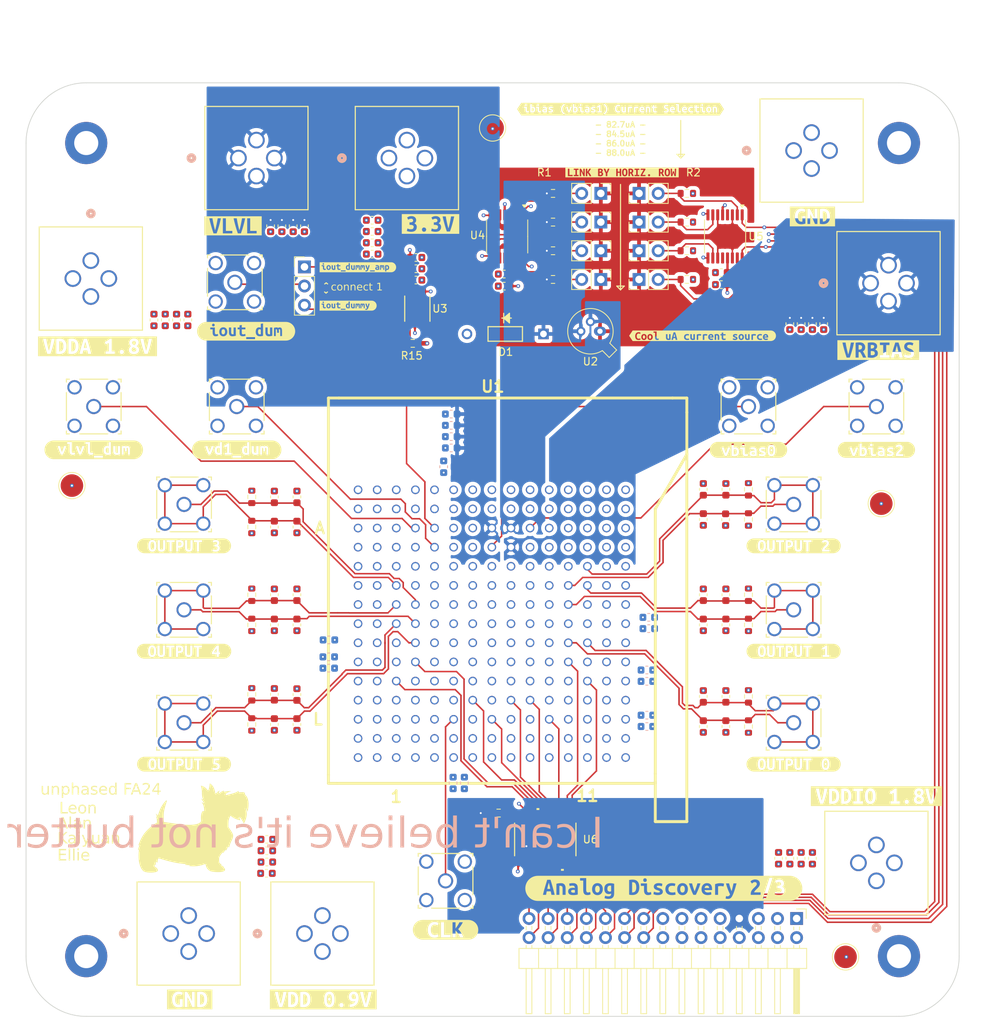
<source format=kicad_pcb>
(kicad_pcb (version 20240108) (generator "pcbnew") (generator_version "8.0")
  (layers (0 "F.Cu" signal) (1 "In1.Cu" power "GND") (2 "In2.Cu" power "C.Cu") (31 "B.Cu" signal) (34 "B.Paste" user) (35 "F.Paste" user) (36 "B.SilkS" user "B.Silkscreen") (37 "F.SilkS" user "F.Silkscreen") (38 "B.Mask" user) (39 "F.Mask" user) (44 "Edge.Cuts" user))
  (net 0 "")
  (net 1 "SPI_COPI")
  (net 2 "IO_UCLK_3V3")
  (net 3 "SPI_CLK")
  (net 4 "GND")
  (net 5 "TSCAN_OUT")
  (net 6 "LVLS_EN")
  (net 7 "SPI_CS_L")
  (net 8 "IO_UCLK")
  (net 9 "PP_SYS_3V3")
  (net 11 "SPI_COPI_3V3")
  (net 12 "TSCAN_OUT_3V3")
  (net 13 "SPI_CIPO_3V3")
  (net 14 "PP_VDD_0V9")
  (net 15 "RST_L_3V3")
  (net 16 "SPI_CS_L_3V3")
  (net 17 "SPI_CLK_3V3")
  (net 18 "SPI_CIPO")
  (net 19 "TSCAN_EN_3V3")
  (net 20 "SCAN_EN")
  (net 22 "RST_L")
  (net 23 "SCAN_EN_3V3")
  (net 24 "TSCAN_EN")
  (net 25 "CLK")
  (net 26 "PP_TAVDD_1V8")
  (net 27 "vlvl_p_dummy")
  (net 28 "PP_VDDIO_1V8")
  (net 29 "vbias0")
  (net 30 "vd1_dummy")
  (net 31 "vlvl")
  (net 32 "vrbias")
  (net 33 "vbias1")
  (net 34 "vbias2")
  (net 35 "iout_dummy")
  (net 36 "/ibias/ibias_m")
  (net 37 "iout_dummy_amp")
  (net 41 "/ibias/ibias_rset")
  (net 42 "/ibias/R1_1")
  (net 43 "/ibias/R1_2")
  (net 44 "/ibias/R1_3")
  (net 45 "/ibias/R1_4")
  (net 46 "/ibias/R2_1")
  (net 47 "/ibias/R2_2")
  (net 48 "/ibias/R2_3")
  (net 49 "/ibias/R2_4")
  (net 54 "IBIAS_SEL3")
  (net 55 "IBIAS_SEL4")
  (net 56 "IBIAS_SEL1")
  (net 57 "IBIAS_SEL2")
  (net 58 "PP_AD2_3V3")
  (net 70 "iout_dummy_amp_conn")
  (net 71 "output_0+")
  (net 72 "output_0-")
  (net 73 "output_1+")
  (net 74 "output_1-")
  (net 75 "output_2+")
  (net 76 "output_3+")
  (net 77 "output_2-")
  (net 78 "output_3-")
  (net 79 "output_4+")
  (net 80 "output_5+")
  (net 81 "output_4-")
  (net 82 "output_5-")
  (footprint "Resistor_SMD:R_0603_1608Metric" (layer "F.Cu") (at 73 126.225 90)
    (property "Reference" "R10" (hide yes))
    (property "Value" "50")
  )
  (footprint "kibuzzard-6717EECA" (layer "F.Cu") (at 52 93.75)
    (property "Reference" "kibuzzard-6717EECA" (hide yes))
    (property "Value" "G***" (hide yes))
  )
  (footprint "Capacitor_SMD:C_0603_1608Metric" (layer "F.Cu") (at 133 99 90)
    (property "Reference" "C69" (hide yes))
    (property "Value" "x")
  )
  (footprint "Capacitor_SMD:C_0603_1608Metric" (layer "F.Cu") (at 106.534 70.405 180)
    (property "Reference" "C16" (hide yes))
    (property "Value" "0.1u")
  )
  (footprint "Resistor_SMD:R_0603_1608Metric" (layer "F.Cu") (at 130.81 67.31)
    (property "Reference" "R20" (hide yes))
    (property "Value" "898k")
  )
  (footprint "kibuzzard-6717ED7A" (layer "F.Cu") (at 52.5 80)
    (property "Reference" "kibuzzard-6717ED7A" (hide yes))
    (property "Value" "G***" (hide yes))
  )
  (footprint "kibuzzard-6717E572" (layer "F.Cu") (at 64 120.5)
    (property "Reference" "kibuzzard-6717E572" (hide yes))
    (property "Value" "G***" (hide yes))
  )
  (footprint "kibuzzard-6717DA65" (layer "F.Cu") (at 87.1 69.5)
    (property "Reference" "kibuzzard-6717DA65" (hide yes))
    (property "Value" "G***" (hide yes))
  )
  (footprint "0_726_footprints:CONN_RF2-04A-T-00-50-G_ADM" (layer "F.Cu") (at 71 88)
    (property "Reference" "J19" (hide yes))
    (property "Value" "SMA_RF2-04A-T-00-50-G")
  )
  (footprint "Capacitor_SMD:C_0603_1608Metric" (layer "F.Cu") (at 144.5 77 -90)
    (property "Reference" "C37" (hide yes))
    (property "Value" "0.1u")
  )
  (footprint "0_726_footprints:CONN_RF2-04A-T-00-50-G_ADM" (layer "F.Cu") (at 98.75 151)
    (property "Reference" "J5" (hide yes))
    (property "Value" "SMA_RF2-04A-T-00-50-G")
  )
  (footprint "Capacitor_SMD:C_0603_1608Metric" (layer "F.Cu") (at 75 147 180)
    (property "Reference" "C21" (hide yes))
    (property "Value" "1u")
  )
  (footprint "Capacitor_SMD:C_0603_1608Metric" (layer "F.Cu") (at 133 126.5 90)
    (property "Reference" "C64" (hide yes))
    (property "Value" "x")
  )
  (footprint "kibuzzard-6717EEBB" (layer "F.Cu") (at 71 93.75)
    (property "Reference" "kibuzzard-6717EEBB" (hide yes))
    (property "Value" "G***" (hide yes))
  )
  (footprint "MountingHole:MountingHole_3.2mm_M3_DIN965_Pad_TopBottom" (layer "F.Cu") (at 51 161)
    (property "Reference" "H3" (hide yes))
    (property "Value" "MountingHole")
  )
  (footprint "0_726_footprints:DIO_1N457" (layer "F.Cu") (at 111.76 78.359)
    (property "Reference" "D1")
    (property "Value" "1N457")
  )
  (footprint "Capacitor_SMD:C_0603_1608Metric" (layer "F.Cu") (at 106.534 72.005 180)
    (property "Reference" "C17" (hide yes))
    (property "Value" "0.1u")
  )
  (footprint "Resistor_SMD:R_0603_1608Metric" (layer "F.Cu") (at 73 117 -90)
    (property "Reference" "R9" (hide yes))
    (property "Value" "50")
  )
  (footprint "Capacitor_SMD:C_0603_1608Metric" (layer "F.Cu") (at 77 64 -90)
    (property "Reference" "C41" (hide yes))
    (property "Value" "1u")
  )
  (footprint "0_726_footprints:banana_plug_CT3151V1-0" (layer "F.Cu") (at 71.2248 55)
    (property "Reference" "J24" (hide yes))
    (property "Value" "CT3151V1-2")
  )
  (footprint "Capacitor_SMD:C_0603_1608Metric" (layer "F.Cu") (at 89 64.75 180)
    (property "Reference" "C29" (hide yes))
    (property "Value" "1u")
  )
  (footprint "Resistor_SMD:R_0603_1608Metric" (layer "F.Cu") (at 105.8 142)
    (property "Reference" "R22" (hide yes))
    (property "Value" "10k")
  )
  (footprint "Capacitor_SMD:C_0603_1608Metric" (layer "F.Cu") (at 135.962 103.026 -90)
    (property "Reference" "C5" (hide yes))
    (property "Value" "3.19pF")
  )
  (footprint "kibuzzard-6717EF05" (layer "F.Cu") (at 156 93.75)
    (property "Reference" "kibuzzard-6717EF05" (hide yes))
    (property "Value" "G***" (hide yes))
  )
  (footprint "Capacitor_SMD:C_0603_1608Metric" (layer "F.Cu") (at 78.5 64 -90)
    (property "Reference" "C42" (hide yes))
    (property "Value" "0.1u")
  )
  (footprint "kibuzzard-6717E567" (layer "F.Cu") (at 64 106.5)
    (property "Reference" "kibuzzard-6717E567" (hide yes))
    (property "Value" "G***" (hide yes))
  )
  (footprint "0_726_footprints:TSSOP24_SOT355-1_NXP" (layer "F.Cu") (at 112 145.5 90)
    (property "Reference" "U6")
    (property "Value" "NVT2010PW_118")
  )
  (footprint "Capacitor_SMD:C_0603_1608Metric" (layer "F.Cu") (at 143 148 -90)
    (property "Reference" "C35" (hide yes))
    (property "Value" "0.1u")
  )
  (footprint "Capacitor_SMD:C_0603_1608Metric" (layer "F.Cu") (at 76 100 90)
    (property "Reference" "C6" (hide yes))
    (property "Value" "3.19pF")
  )
  (footprint "Capacitor_SMD:C_0603_1608Metric" (layer "F.Cu") (at 133 117 -90)
    (property "Reference" "C66" (hide yes))
    (property "Value" "x")
  )
  (footprint "kibuzzard-6717EDA4" (layer "F.Cu") (at 96.75 63.75)
    (property "Reference" "kibuzzard-6717EDA4" (hide yes))
    (property "Value" "G***" (hide yes))
  )
  (footprint "Capacitor_SMD:C_0603_1608Metric" (layer "F.Cu") (at 147.5 148 -90)
    (property "Reference" "C32" (hide yes))
    (property "Value" "10u")
  )
  (footprint "kibuzzard-6717EEDA" (layer "F.Cu") (at 72.25 78)
    (property "Reference" "kibuzzard-6717EEDA" (hide yes))
    (property "Value" "G***" (hide yes))
  )
  (footprint "Capacitor_SMD:C_0603_1608Metric" (layer "F.Cu") (at 136 113 90)
    (property "Reference" "C4" (hide yes))
    (property "Value" "3.19pF")
  )
  (footprint "Resistor_SMD:R_0603_1608Metric" (layer "F.Cu") (at 139 130.5 -90)
    (property "Reference" "R1" (hide yes))
    (property "Value" "50")
  )
  (footprint "Capacitor_SMD:C_0603_1608Metric" (layer "F.Cu") (at 133 113 90)
    (property "Reference" "C67" (hide yes))
    (property "Value" "x")
  )
  (footprint "Capacitor_SMD:C_0603_1608Metric" (layer "F.Cu") (at 135.39 71.805 180)
    (property "Reference" "C18" (hide yes))
    (property "Value" "0.1u")
  )
  (footprint "0_726_footprints:banana_plug_CT3151V1-0" (layer "F.Cu") (at 155.2248 71.6124)
    (property "Reference" "J39" (hide yes))
    (property "Value" "CT3151V1-2")
  )
  (footprint "kibuzzard-6717E514" (layer "F.Cu") (at 98.75 157.5)
    (property "Reference" "kibuzzard-6717E514" (hide yes))
    (property "Value" "G***" (hide yes))
  )
  (footprint "0_726_footprints:banana_plug_CT3151V1-0" (layer "F.Cu") (at 145 54)
    (property "Reference" "J34" (hide yes))
    (property "Value" "CT3151V1-0")
  )
  (footprint "Connector_PinHeader_2.54mm:PinHeader_2x15_P2.54mm_Horizontal" (layer "F.Cu") (at 145.4 156 -90)
    (property "Reference" "J6" (hide yes))
    (property "Value" "~")
  )
  (footprint "Resistor_SMD:R_0603_1608Metric" (layer "F.Cu") (at 139 117 -90)
    (property "Reference" "R3" (hide yes))
    (property "Value" "50")
  )
  (footprint "0_726_footprints:banana_plug_CT3151V1-0" (layer "F.Cu") (at 62.2248 158)
    (property "Reference" "J37" (hide yes))
    (property "Value" "CT3151V1-0")
  )
  (footprint "Connector_PinHeader_2.54mm:PinHeader_1x02_P2.54mm_Vertical" (layer "F.Cu") (at 119.38 71.12 -90)
    (property "Reference" "J27" (hide yes))
    (property "Value" "61300211121")
  )
  (footprint "0_726_footprints:CONN_RF2-04A-T-00-50-G_ADM" (layer "F.Cu") (at 64 115)
    (property "Reference" "J13" (hide yes))
    (property "Value" "SMA_RF2-04A-T-00-50-G")
  )
  (footprint "Resistor_SMD:R_0603_1608Metric" (layer "F.Cu") (at 113.03 63.5 180)
    (property "Reference" "R16" (hide yes))
    (property "Value" "75k")
  )
  (footprint "0_726_footprints:CONN_RF2-04A-T-00-50-G_ADM" (layer "F.Cu") (at 64 101)
    (property "Reference" "J11" (hide yes))
    (property "Value" "SMA_RF2-04A-T-00-50-G")
  )
  (footprint "kibuzzard-6717ED63" (layer "F.Cu") (at 156 139.75)
    (property "Reference" "kibuzzard-6717ED63" (hide yes))
    (property "Value" "G***" (hide yes))
  )
  (footprint "Package_SO:TSSOP-16_4.4x5mm_P0.65mm" (layer "F.Cu") (at 106.934 65.405 -90)
    (property "Reference" "U4")
    (property "Value" "TMUX1112PWR")
  )
  (footprint "Capacitor_SMD:C_0603_1608Metric" (layer "F.Cu") (at 136 99 90)
    (property "Reference" "C7" (hide yes))
    (property "Value" "3.19pF")
  )
  (footprint "kibuzzard-6717E6C7" (layer "F.Cu") (at 145 106.5)
    (property "Reference" "kibuzzard-6717E6C7" (hide yes))
    (property "Value" "G***" (hide yes))
  )
  (footprint "0_726_footprints:CONN_RF2-04A-T-00-50-G_ADM" (layer "F.Cu") (at 139 88)
    (property "Reference" "J17" (hide yes))
    (property "Value" "SMA_RF2-04A-T-00-50-G")
  )
  (footprint "Capacitor_SMD:C_0603_1608Metric" (layer "F.Cu") (at 146 148 -90)
    (property "Reference" "C33" (hide yes))
    (property "Value" "1u")
  )
  (footprint "Capacitor_SMD:C_0603_1608Metric" (layer "F.Cu") (at 94.825 68.2)
    (property "Reference" "C15" (hide yes))
    (property "Value" "10p")
  )
  (footprint "Capacitor_SMD:C_0603_1608Metric" (layer "F.Cu") (at 149 77 -90)
    (property "Reference" "C36" (hide yes))
    (property "Value" "10u")
  )
  (footprint "Capacitor_SMD:C_0603_1608Metric" (layer "F.Cu") (at 76 113 90)
    (property "Reference" "C11" (hide yes))
    (property "Value" "3.19pF")
  )
  (footprint "kibuzzard-6717EF67" (layer "F.Cu") (at 122 48.5)
    (property "Reference" "kibuzzard-6717EF67" (hide yes))
    (property "Value" "G***" (hide yes))
  )
  (footprint "Package_SO:TSSOP-16_4.4x5mm_P0.65mm" (layer "F.Cu") (at 135.89 65.405 -90)
    (property "Reference" "U5")
    (property "Value" "TMUX1112PWR")
  )
  (footprint "0_726_footprints:banana_plug_CT3151V1-0" (layer "F.Cu") (at 51.6124 68.6124 -90)
    (property "Reference" "J2" (hide yes))
    (property "Value" "CT3151V1-2")
  )
  (footprint "0_726_footprints:MAX40201FAUA+" (layer "F.Cu") (at 95 75 90)
    (property "Reference" "U3")
    (property "Value" "MAX40201FAUA+")
  )
  (footprint "0_726_footprints:CPG08462_Full" (layer "F.Cu") (at 122.682 134.62)
    (property "Reference" "U1")
    (property "Value" "~")
  )
  (footprint "Connector_PinHeader_2.54mm:PinHeader_1x02_P2.54mm_Vertical" (layer "F.Cu") (at 124.46 67.31 90)
    (property "Reference" "J30" (hide yes))
    (property "Value" "61300211121")
  )
  (footprint "kibuzzard-6717E4EA" (layer "F.Cu") (at 127.75 152)
    (property "Reference" "kibuzzard-6717E4EA" (hide yes))
    (property "Value" "G***" (hide yes))
  )
  (footprint "Capacitor_SMD:C_0603_1608Metric" (layer "F.Cu") (at 63 76.5 -90)
    (property "Reference" "C26" (hide yes))
    (property "Value" "0.1u")
  )
  (footprint "LOGO" (layer "F.Cu") (at 65.25 144)
    (property "Reference" "G***" (hide yes))
    (property "Value" "LOGO" (hide yes))
  )
  (footprint "Connector_PinHeader_2.54mm:PinHeader_1x02_P2.54mm_Vertical" (layer "F.Cu") (at 124.46 71.12 90)
    (property "Reference" "J31" (hide yes))
    (property "Value" "61300211121")
  )
  (footprint "kibuzzard-6717ED92" (layer "F.Cu") (at 70.5 64)
    (property "Reference" "kibuzzard-6717ED92" (hide yes))
    (property "Value" "G***" (hide yes))
  )
  (footprint "Capacitor_SMD:C_0603_1608Metric" (layer "F.Cu") (at 79 130.225 -90)
    (property "Reference" "C75" (hide yes))
    (property "Value" "x")
  )
  (footprint "TestPoint:TestPoint_Pad_D3.0mm" (layer "F.Cu") (at 49.1 98.5 90)
    (property "Reference" "TP4" (hide yes))
    (property "Value" "TestPoint")
  )
  (footprint "Capacitor_SMD:C_0603_1608Metric" (layer "F.Cu") (at 79 100 90)
    (property "Reference" "C70" (hide yes))
    (property "Value" "x")
  )
  (footprint "Resistor_SMD:R_0603_1608Metric" (layer "F.Cu") (at 130.81 71.12)
    (property "Reference" "R21" (hide yes))
    (property "Value" "665k")
  )
  (footprint "kibuzzard-6717E585" (layer "F.Cu") (at 64 135.5)
    (property "Reference" "kibuzzard-6717E585" (hide yes))
    (property "Value" "G***" (hide yes))
  )
  (footprint "Capacitor_SMD:C_0603_1608Metric" (layer "F.Cu") (at 75 145.49 180)
    (property "Reference" "C20" (hide yes))
    (property "Value" "10u")
  )
  (footprint "Capacitor_SMD:C_0603_1608Metric" (layer "F.Cu") (at 135.39 70.205 180)
    (property "Reference" "C19" (hide yes))
    (property "Value" "0.1u")
  )
  (footprint "Resistor_SMD:R_0603_1608Metric" (layer "F.Cu") (at 73 113 90)
    (property "Reference" "R11" (hide yes))
    (property "Value" "50")
  )
  (footprint "Capacitor_SMD:C_0603_1608Metric" (layer "F.Cu") (at 76 104 -90)
    (property "Reference" "C8" (hide yes))
    (property "Value" "3.19pF")
  )
  (footprint "Connector_PinHeader_2.54mm:PinHeader_1x02_P2.54mm_Vertical" (layer "F.Cu") (at 124.46 59.69 90)
    (property "Reference" "J28" (hide yes))
    (property "Value" "61300211121")
  )
  (footprint "Capacitor_SMD:C_0603_1608Metric" (layer "F.Cu") (at 76 117 -90)
    (property "Reference" "C9" (hide yes))
    (property "Value" "3.19pF")
  )
  (footprint "Capacitor_SMD:C_0603_1608Metric" (layer "F.Cu") (at 79 117 -90)
    (property "Reference" "C72" (hide yes))
    (property "Value" "x")
  )
  (footprint "Capacitor_SMD:C_0603_1608Metric" (layer "F.Cu") (at 133 103 -90)
    (property "Reference" "C68" (hide yes))
    (property "Value" "x")
  )
  (footprint "Resistor_SMD:R_0603_1608Metric" (layer "F.Cu") (at 73 100 90)
    (property "Reference" "R6" (hide yes))
    (property "Value" "50")
  )
  (footprint "Capacitor_SMD:C_0603_1608Metric" (layer "F.Cu") (at 74.95 150 180)
    (property "Reference" "C23" (hide yes))
    (property "Value" "0.1u")
  )
  (footprint "Resistor_SMD:R_0603_1608Metric" (layer "F.Cu") (at 113.03 71.12 180)
    (property "Reference" "R18" (hide yes))
    (property "Value" "66.5k")
  )
  (footprint "Resistor_SMD:R_0603_1608Metric" (layer "F.Cu") (at 139 103 -90)
    (property "Reference" "R5" (hide yes))
    (property "Value" "50")
  )
  (footprint "Capacitor_SMD:C_0603_1608Metric" (layer "F.Cu") (at 94.825 71.2)
    (property "Reference" "C13" (hide yes))
    (property "Value" "0.1u")
  )
  (footprint "Capacitor_SMD:C_0603_1608Metric" (layer "F.Cu") (at 61.5 76.5 -90)
    (property "Reference" "C25" (hide yes))
    (property "Value" "1u")
  )
  (footprint "0_726_footprints:CONN_RF2-04A-T-00-50-G_ADM" (layer "F.Cu") (at 156 88)
    (property "Reference" "J18" (hide yes))
    (property "Value" "SMA_RF2-04A-T-00-50-G")
  )
  (footprint "kibuzzard-6717E6C2" (layer "F.Cu") (at 145 120.5)
    (property "Reference" "kibuzzard-6717E6C2" (hide yes))
    (property "Value" "G***" (hide yes))
  )
  (footprint "Capacitor_SMD:C_0603_1608Metric" (layer "F.Cu") (at 144.5 148 -90)
    (property "Reference" "C34" (hide yes))
    (property "Value" "0.1u")
  )
  (footprint "Capacitor_SMD:C_0603_1608Metric" (layer "F.Cu") (at 136 130.5 -90)
    (property "Reference" "C1" (hide yes))
    (property "Value" "3.19pF")
  )
  (footprint "Resistor_SMD:R_0603_1608Metric" (layer "F.Cu") (at 113.03 67.31 180)
    (property "Reference" "R17" (hide yes))
    (property "Value" "89.8k")
  )
  (footprint "Connector_PinHeader_2.54mm:PinHeader_1x02_P2.54mm_Vertical" (layer "F.Cu") (at 119.38 67.31 -90)
    (property "Reference" "J26" (hide yes))
    (property "Value" "61300211121")
  )
  (footprint "0_726_footprints:CONN_RF2-04A-T-00-50-G_ADM" (layer "F.Cu") (at 64 130)
    (property "Reference" "J15" (hide yes))
    (property "Value" "SMA_RF2-04A-T-00-50-G")
  )
  (footprint "kibuzzard-6717EF01" (layer "F.Cu") (at 139 93.75)
    (property "Reference" "kibuzzard-6717EF01" (hide yes))
    (property "Value" "G***" (hide yes))
  )
  (footprint "kibuzzard-6717ED1A" (layer "F.Cu") (at 147.5 62.75)
    (property "Reference" "kibuzzard-6717ED1A" (hide yes))
    (property "Value" "G***" (hide yes))
  )
  (footprint "Resistor_SMD:R_0603_1608Metric" (layer "F.Cu") (at 130.81 59.69)
    (property "Reference" "R14" (hide yes))
    (property "Value" "16.2k")
  )
  (footprint "Capacitor_SMD:C_0603_1608Metric" (layer "F.Cu") (at 89 67.75 180)
    (property "Reference" "C31" (hide yes))
    (property "Value" "0.1u")
  )
  (footprint "Connector_PinHeader_2.54mm:PinHeader_1x03_P2.54mm_Vertical" (layer "F.Cu") (at 80 69.45)
    (property "Reference" "J32" (hide yes))
    (property "Value" "61300211121")
  )
  (footprint "0_726_footprints:banana_plug_CT3151V1-0" (layer "F.Cu") (at 91.2248 55)
    (property "Reference" "J35" (hide yes))
    (property "Value" "CT3151V1-2")
  )
  (footprint "Capacitor_SMD:C_0603_1608Metric" (layer "F.Cu") (at 79 104 -90)
    (property "Reference" "C71" (hide yes))
    (property "Value" "x")
  )
  (footprint "Capacitor_SMD:C_0603_1608Metric" (layer "F.Cu") (at 80 64 -90)
    (property "Reference" "C43" (hide yes))
    (property "Value" "0.1u")
  )
  (footprint "Resistor_SMD:R_0603_1608Metric" (layer "F.Cu") (at 73 130.225 -90)
    (property "Reference" "R12" (hide yes))
    (property "Value" "50")
  )
  (footprint "Connector_PinHeader_2.54mm:PinHeader_1x02_P2.54mm_Vertical" (layer "F.Cu") (at 124.46 63.5 90)
    (property "Reference" "J29" (hide yes))
    (property "Value" "61300211121")
  )
  (footprint "Capacitor_SMD:C_0603_1608Metric" (layer "F.Cu") (at 64.5 76.5 -90)
    (property "Reference" "C27" (hide yes))
    (property "Value" "0.1u")
  )
  (footprint "Capacitor_SMD:C_0603_1608Metric" (layer "F.Cu") (at 146 77 -90)
    (property "Reference" "C38" (hide yes))
    (property "Value" "1n")
  )
  (footprint "kibuzzard-6717DA4B" (layer "F.Cu") (at 85.8 74.6)
    (property "Reference" "kibuzzard-6717DA4B" (hide yes))
    (property "Value" "G***" (hide yes))
  )
  (footprint "MountingHole:MountingHole_3.2mm_M3_DIN965_Pad_TopBottom" (layer "F.Cu") (at 159 53)
    (property "Reference" "H1" (hide yes))
    (property "Value" "MountingHole")
  )
  (footprint "MountingHole:MountingHole_3.2mm_M3_DIN965_Pad_TopBottom" (layer "F.Cu") (at 51 53)
    (property "Reference" "H4" (hide yes))
    (property "Value" "MountingHole")
  )
  (footprint "Resistor_SMD:R_0603_1608Metric" (layer "F.Cu") (at 130.81 63.5)
    (property "Reference" "R19" (hide yes))
    (property "Value" "750k")
  )
  (footprint "Capacitor_SMD:C_0603_1608Metric" (layer "F.Cu") (at 133 130.5 -90)
    (property "Reference" "C65" (hide yes))
    (property "Value" "x")
  )
  (footprint "Capacitor_SMD:C_0603_1608Metric" (layer "F.Cu") (at 75.5 64 -90)
    (property "Reference" "C40" (hide yes))
    (property "Value" "10u")
  )
  (footprint "Resistor_SMD:R_0603_1608Metric" (layer "F.Cu") (at 113.03 59.69 180)
    (property "Reference" "R13" (hide yes))
    (property "Value" "1.62k")
  )
  (footprint "0_726_footprints:CONN_RF2-04A-T-00-50-G_ADM" (layer "F.Cu") (at 145 130)
    (property "Reference" "J4" (hide yes))
    (property "Value" "SMA_RF2-04A-T-00-50-G")
  )
  (footprint "Connector_PinHeader_2.54mm:PinHeader_1x02_P2.54mm_Vertical" (layer "F.Cu") (at 119.38 63.5 -90)
    (property "Reference" "J25" (hide yes))
    (property "Value" "61300211121")
  )
  (footprint "Capacitor_SMD:C_0603_1608Metric" (layer "F.Cu") (at 89 66.25 180)
    (property "Reference" "C30" (hide yes))
    (property "Value" "0.1u")
  )
  (footprint "kibuzzard-6717E6BD" (layer "F.Cu") (at 145 135.5)
    (property "Reference" "kibuzzard-6717E6BD" (hide yes))
    (property "Value" "G***" (hide yes))
  )
  (footprint "0_726_footprints:CONN_RF2-04A-T-00-50-G_ADM" (layer "F.Cu") (at 145 115)
    (property "Reference" "J7" (hide yes))
    (property "Value" "SMA_RF2-04A-T-00-50-G")
  )
  (footprint "Capacitor_SMD:C_0603_1608Metric" (layer "F.Cu") (at 89 63.25 180)
    (property "Reference" "C28" (hide yes))
    (property "Value" "10u")
  )
  (footprint "Resistor_SMD:R_0603_1608Metric" (layer "F.Cu") (at 73 104 -90)
    (property "Reference" "R8" (hide yes))
    (property "Value" "50")
  )
  (footprint "MountingHole:MountingHole_3.2mm_M3_DIN965_Pad_TopBottom" (layer "F.Cu") (at 159 161)
    (property "Reference" "H2" (hide yes))
    (property "Value" "MountingHole")
  )
  (footprint "Capacitor_SMD:C_0603_1608Metric" (layer "F.Cu") (at 76 126.225 90)
    (property "Reference" "C10" (hide yes))
    (property "Value" "3.19pF")
  )
  (footprint "TestPoint:TestPoint_Pad_D3.0mm" (layer "F.Cu") (at 151.9 161.1 90)
    (property "Reference" "TP3" (hide yes))
    (property "Value" "TestPoint")
  )
  (footprint "0_726_footprints:CONN_RF2-04A-T-00-50-G_ADM" (layer "F.Cu") (at 70.75 71.5)
    (property "Reference" "J22" (hide yes))
    (property "Value" "SMA_RF2-04A-T-00-50-G")
  )
  (footprint "0_726_footprints:banana_plug_CT3151V1-0" (layer "F.Cu") (at 156 151 90)
    (property "Reference" "J1" (hide yes))
    (property "Value" "CT3151V1-2")
  )
  (footprint "Capacitor_SMD:C_0603_1608Metric" (layer "F.Cu") (at 147.5 77 -90)
    (property "Reference" "C39" (hide yes))
    (property "Value" "10p")
  )
  (footprint "Capacitor_SMD:C_0603_1608Metric" (layer "F.Cu") (at 79 126.252 90)
    (property "Reference" "C74" (hide yes))
    (property "Value" "x")
  )
  (footprint "TestPoint:TestPoint_Pad_D3.0mm" (layer "F.Cu") (at 105 51 90)
    (property "Reference" "TP1" (hide yes))
    (property "Value" "TestPoint")
  )
  (footprint "Resistor_SMD:R_0603_1608Metric" (layer "F.Cu") (at 94.39188 79.604)
    (property "Reference" "R15")
    (property "Value" "500")
  )
  (footprint "Capacitor_SMD:C_0603_1608Metric" (layer "F.Cu") (at 136 126.5 90)
    (property "Reference" "C2" (hide yes))
    (property "Value" "3.19pF")
  )
  (footprint "kibuzzard-6717EDC6" (layer "F.Cu") (at 156.25 80.5)
    (property "Reference" "kibuzzard-6717EDC6" (hide yes))
    (property "Value" "G***" (hide yes))
  )
  (footprint "Connector_PinHeader_2.54mm:PinHeader_1x02_P2.54mm_Vertical" (layer "F.Cu") (at 119.38 59.69 -90)
    (property "Reference" "J21" (hide yes))
    (property "Value" "61300211121")
  )
  (footprint "Resistor_SMD:R_0603_1608Metric" (layer "F.Cu") (at 139 99 90)
    (property "Reference" "R7" (hide yes))
    (property "Value" "50")
  )
  (footprint "Resistor_SMD:R_0603_1608Metric" (layer "F.Cu") (at 139 126.5 90)
    (property "Reference" "R2" (hide yes))
    (property "Value" "50")
  )
  (footprint "Capacitor_SMD:C_0603_1608Metric" (layer "F.Cu") (at 94.825 69.7)
    (property "Reference" "C14" (hide yes))
    (property "Value" "1n")
  )
  (footprint "Package_TO_SOT_THT:TO-46-3" (layer "F.Cu") (at 119.27 78 180)
    (property "Reference" "U2")
    (property "Value" "LM134H")
  )
  (footprint "kibuzzard-6717ED42" (layer "F.Cu") (at 82.5 166.75)
    (property "Reference" "kibuzzard-6717ED42" (hide yes))
    (property "Value" "G***" (hide yes))
  )
  (footprint "Capacitor_SMD:C_0603_1608Metric" (layer "F.Cu") (at 76 130.225 -90)
    (property "Reference" "C12" (hide yes))
    (property "Value" "3.19pF")
  )
  (footprint "Capacitor_SMD:C_0603_1608Metric" (layer "F.Cu") (at 136 117 -90)
    (property "Reference" "C3" (hide yes))
    (property "Value" "3.19pF")
  )
  (footprint "Capacitor_SMD:C_0603_1608Metric" (layer "F.Cu") (at 79 113 90)
    (property "Reference" "C73" (hide yes))
    (property "Value" "x")
  )
  (footprint "0_726_footprints:banana_plug_CT3151V1-0" (layer "F.Cu") (at 80 158)
    (property "Reference" "J3" (hide yes))
    (property "Value" "CT3151V1-2")
  )
  (footprint "0_726_footprints:CONN_RF2-04A-T-00-50-G_ADM" (layer "F.Cu") (at 52 88)
    (property "Reference" "J20" (hide yes))
    (property "Value" "SMA_RF2-04A-T-00-50-G")
  )
  (footprint "kibuzzard-6717ED1A" (layer "F.Cu") (at 64.75 166.75)
    (property "Reference" "kibuzzard-6717ED1A" (hide yes))
    (property "Value" "G***" (hide yes))
  )
  (footprint "kibuzzard-6717F38C" (layer "F.Cu") (at 122.2 56.9)
    (property "Reference" "kibuzzard-6717F38C" (hide yes))
    (property "Value" "G***" (hide yes))
  )
  (footprint "0_726_footprints:CONN_RF2-04A-T-00-50-G_ADM" (layer "F.Cu") (at 145 101)
    (property "Reference" "J9" (hide yes))
    (property "Value" "SMA_RF2-04A-T-00-50-G")
  )
  (footprint "kibuzzard-6717F3BE" (layer "F.Cu") (at 132.9 78.6)
    (property "Reference" "kibuzzard-6717F3BE" (hide yes))
    (property "Value" "G***" (hide yes))
  )
  (footprint "Capacitor_SMD:C_0603_1608Metric" (layer "F.Cu") (at 75 148.5 180)
    (property "Reference" "C22" (hide yes))
    (property "Value" "0.1u")
  )
  (footprint "TestPoint:TestPoint_Pad_D3.0mm" (layer "F.Cu") (at 156.65 100.9 90)
    (property "Reference" "TP2" (hide yes))
    (property "Value" "TestPoint")
  )
  (footprint "Capacitor_SMD:C_0603_1608Metric" (layer "F.Cu") (at 60 76.5 -90)
    (property "Reference" "C24" (hide yes))
    (property "Value" "10u")
  )
  (footprint "Resistor_SMD:R_0603_1608Metric" (layer "F.Cu") (at 139 113 90)
    (property "Reference" "R4" (hide yes))
    (property "Value" "50")
  )
  (footprint "Capacitor_SMD:C_0603_1608Metric" (layer "B.Cu") (at 99.5 93.5 180)
    (property "Reference" "C63" (hide yes))
    (property "Value" "10p")
  )
  (footprint "Capacitor_SMD:C_0603_1608Metric" (layer "B.Cu") (at 99.5 90.5 180)
    (property "Reference" "C61" (hide yes))
    (property "Value" "1n")
  )
  (footprint "Capacitor_SMD:C_0603_1608Metric" (layer "B.Cu") (at 125.75 116)
    (property "Reference" "C55" (hide yes))
    (property "Value" "10p")
  )
  (footprint "Capacitor_SMD:C_0603_1608Metric" (layer "B.Cu") (at 99.5 89 180)
    (property "Reference" "C60" (hide yes))
    (property "Value" "1n")
  )
  (footprint "Capacitor_SMD:C_0603_1608Metric" (layer "B.Cu") (at 125.5 123)
    (property "Reference" "C47" (hide yes))
    (property "Value" "10p")
  )
  (footprint "Capacitor_SMD:C_0603_1608Metric" (layer "B.Cu") (at 99.5 92 180)
    (property "Reference" "C62" (hide yes))
    (property "Value" "10p")
  )
  (footprint "Capacitor_SMD:C_0603_1608Metric" (layer "B.Cu") (at 99.75 138 -90)
    (property "Reference" "C50" (hide yes))
    (property "Value" "10p")
  )
  (footprint "Capacitor_SMD:C_0603_1608Metric" (layer "B.Cu") (at 83.225 121.25 180)
    (property "Reference" "C44" (hide yes))
    (property "Value" "1n")
  )
  (footprint "Capacitor_SMD:C_0603_1608Metric" (layer "B.Cu") (at 83.225 122.75 180)
    (property "Reference" "C45" (hide yes))
    (property "Value" "10p")
  )
  (footprint "Capacitor_SMD:C_0603_1608Metric" (layer "B.Cu") (at 125.5 130.5)
    (property "Reference" "C48" (hide yes))
    (property "Value" "1n")
  )
  (footprint "Capacitor_SMD:C_0603_1608Metric" (layer "B.Cu") (at 101.25 138 -90)
    (property "Reference" "C51" (hide yes))
    (property "Value" "10p")
  )
  (footprint "Capacitor_SMD:C_0603_1608Metric" (layer "B.Cu") (at 83.25 119 180)
    (property "Reference" "C53" (hide yes))
    (property "Value" "1n")
  )
  (footprint "Capacitor_SMD:C_0603_1608Metric" (layer "B.Cu") (at 125.5 129)
    (property "Reference" "C49" (hide yes))
    (property "Value" "1n")
  )
  (footprint "Capacitor_SMD:C_0603_1608Metric" (layer "B.Cu") (at 125.75 117.5)
    (property "Reference" "C54" (hide yes))
    (property "Value" "10p")
  )
  (footprint "Capacitor_SMD:C_0603_1608Metric" (layer "B.Cu") (at 98.5 96 90)
    (property "Reference" "C52" (hide yes))
    (property "Value" "1n")
  )
  (footprint "Capacitor_SMD:C_0603_1608Metric" (layer "B.Cu") (at 125.5 124.5)
    (property "Reference" "C46" (hide yes))
    (property "Value" "1n")
  )
  (gr_line (start 129.5 54.5) (end 130.5 54.5) (stroke (width 0.15)) (layer "F.SilkS"))
  (gr_line (start 130.5 54.5) (end 130 55) (stroke (width 0.15)) (layer "F.SilkS"))
  (gr_line (start 122.5 72) (end 122 72.5) (stroke (width 0.15)) (layer "F.SilkS"))
  (gr_line (start 122 58.5) (end 122 72.5) (stroke (width 0.15)) (layer "F.SilkS"))
  (gr_line (start 130 50) (end 130 55) (stroke (width 0.15)) (layer "F.SilkS"))
  (gr_line (start 121.5 72) (end 122.5 72) (stroke (width 0.15)) (layer "F.SilkS"))
  (gr_line (start 130 55) (end 129.5 54.5) (stroke (width 0.15)) (layer "F.SilkS"))
  (gr_line (start 122 72.5) (end 121.5 72) (stroke (width 0.15)) (layer "F.SilkS"))
  (gr_arc (start 159 45) (mid 164.656854 47.343146) (end 167 53) (stroke (width 0.1)) (layer "Edge.Cuts"))
  (gr_line (start 159 169) (end 51 169) (stroke (width 0.1)) (layer "Edge.Cuts"))
  (gr_arc (start 51 169) (mid 45.343146 166.656854) (end 43 161) (stroke (width 0.1)) (layer "Edge.Cuts"))
  (gr_arc (start 167 161) (mid 164.656854 166.656854) (end 159 169) (stroke (width 0.1)) (layer "Edge.Cuts"))
  (gr_line (start 43 161) (end 43 53) (stroke (width 0.1)) (layer "Edge.Cuts"))
  (gr_line (start 51 45) (end 159 45) (stroke (width 0.1)) (layer "Edge.Cuts"))
  (gr_line (start 167 53) (end 167 161) (stroke (width 0.1)) (layer "Edge.Cuts"))
  (gr_arc (start 43 53) (mid 45.343146 47.343146) (end 51 45) (stroke (width 0.1)) (layer "Edge.Cuts"))
  (gr_text "I can't believe it's not butter" (at 119.75 147.25 0) (layer "B.SilkS") (effects (font (size 4 4)) (justify left bottom mirror)))
  (gr_text "Kaiyuan" (at 47.15 146.3 0) (layer "F.SilkS") (effects (font (size 1.5 1.5)) (justify left bottom)))
  (gr_text "connect 1" (at 83.5 72.75 0) (layer "F.SilkS") (effects (font (size 1 1)) (justify left bottom)))
  (gr_text "R2" (at 130.6 57.5 0) (layer "F.SilkS") (effects (font (size 1 1)) (justify left bottom)))
  (gr_text "unphased FA24" (at 44.9 139.8 0) (layer "F.SilkS") (effects (font (size 1.5 1.5)) (justify left bottom)))
  (gr_text "^" (at 83.25 71.75 180) (layer "F.SilkS") (effects (font (size 1 1)) (justify left bottom)))
  (gr_text "^" (at 82.5 72.75 0) (layer "F.SilkS") (effects (font (size 1 1)) (justify left bottom)))
  (gr_text "Ellie" (at 47.15 148.55 0) (layer "F.SilkS") (effects (font (size 1.5 1.5)) (justify left bottom)))
  (gr_text "- 86.0uA -" (at 118.5 53.5 0) (layer "F.SilkS") (effects (font (size 0.75 0.75)) (justify left bottom)))
  (gr_text "- 88.0uA -" (at 118.5 54.75 0) (layer "F.SilkS") (effects (font (size 0.75 0.75)) (justify left bottom)))
  (gr_text "- 84.5uA -" (at 118.5 52.25 0) (layer "F.SilkS") (effects (font (size 0.75 0.75)) (justify left bottom)))
  (gr_text "Alan" (at 47.15 144.3 0) (layer "F.SilkS") (effects (font (size 1.5 1.5)) (justify left bottom)))
  (gr_text "- 82.7uA -" (at 118.5 51 0) (layer "F.SilkS") (effects (font (size 0.75 0.75)) (justify left bottom)))
  (gr_text "Leon" (at 47.4 142.3 0) (layer "F.SilkS") (effects (font (size 1.5 1.5)) (justify left bottom)))
  (gr_text "R1\n" (at 110.8 57.5 0) (layer "F.SilkS") (effects (font (size 1 1)) (justify left bottom)))
  (segment (start 111.675002 140.775002) (end 111.675002 142.54725) (width 0.2032) (layer "F.Cu") (net 1))
  (segment (start 104.902 129.54) (end 106.2 130.838) (width 0.2032) (layer "F.Cu") (net 1))
  (segment (start 106.2 135.3) (end 111.675002 140.775002) (width 0.2032) (layer "F.Cu") (net 1))
  (segment (start 106.2 130.838) (end 106.2 135.3) (width 0.2032) (layer "F.Cu") (net 1))
  (segment (start 113.6 153.6) (end 113.6 157.32) (width 0.2032) (layer "F.Cu") (net 2))
  (segment (start 113.6 157.32) (end 112.38 158.54) (width 0.2032) (layer "F.Cu") (net 2))
  (segment (start 111.024998 151.024998) (end 113.6 153.6) (width 0.2032) (layer "F.Cu") (net 2))
  (segment (start 111.024998 148.45275) (end 111.024998 151.024998) (width 0.2032) (layer "F.Cu") (net 2))
  (segment (start 111.2 128.218) (end 111.2 139.150528) (width 0.2032) (layer "F.Cu") (net 3))
  (segment (start 111.2 139.150528) (end 112.974999 140.925527) (width 0.2032) (layer "F.Cu") (net 3))
  (segment (start 112.974999 140.925527) (end 112.974999 142.54725) (width 0.2032) (layer "F.Cu") (net 3))
  (segment (start 109.982 127) (end 111.2 128.218) (width 0.2032) (layer "F.Cu") (net 3))
  (segment (start 96.16332 72.714) (end 96.01092 72.8664) (width 0.254) (layer "F.Cu") (net 4))
  (segment (start 151.9 161.1) (end 152 161.1) (width 0.254) (layer "F.Cu") (net 4))
  (segment (start 131.635 71.12) (end 131.64 71.12) (width 0.3048) (layer "F.Cu") (net 4))
  (segment (start 131.64 71.12) (end 131.645 71.125) (width 0.3048) (layer "F.Cu") (net 4))
  (segment (start 73 99.175) (end 73 99.2) (width 0.254) (layer "F.Cu") (net 4))
  (segment (start 94.6796 78.2356) (end 94.6796 77.13832) (width 0.254) (layer "F.Cu") (net 4))
  (segment (start 106.6292 61.1124) (end 106.609 61.1326) (width 0.3048) (layer "F.Cu") (net 4))
  (segment (start 131.635 63.5) (end 131.62 63.5) (width 0.3048) (layer "F.Cu") (net 4))
  (segment (start 135.565 61.5638) (end 135.565 62.5425) (width 0.3048) (layer "F.Cu") (net 4))
  (segment (start 108.343401 149.75) (end 108.3892 149.704201) (width 0.254) (layer "F.Cu") (net 4))
  (segment (start 94.6796 77.13832) (end 94.67488 77.1336) (width 0.254) (layer "F.Cu") (net 4))
  (segment (start 96.778 72.714) (end 96.16332 72.714) (width 0.254) (layer "F.Cu") (net 4))
  (segment (start 134.615 71.805) (end 134.59 71.805) (width 0.3048) (layer "F.Cu") (net 4))
  (segment (start 106.609 61.1326) (end 106.609 62.5425) (width 0.3048) (layer "F.Cu") (net 4))
  (segment (start 134.615 70.205) (end 134.59 70.205) (width 0.3048) (layer "F.Cu") (net 4))
  (segment (start 105.1 51) (end 105 51.1) (width 0.254) (layer "F.Cu") (net 4))
  (segment (start 135.87 61.2588) (end 135.565 61.5638) (width 0.3048) (layer "F.Cu") (net 4))
  (segment (start 95.21688 79.604) (end 96.292 79.604) (width 0.6096) (layer "F.Cu") (net 4))
  (segment (start 131.635 67.31) (end 131.645 67.3) (width 0.3048) (layer "F.Cu") (net 4))
  (segment (start 108.3892 149.704201) (end 108.3892 147.95275) (width 0.254) (layer "F.Cu") (net 4))
  (segment (start 131.635 59.69) (end 131.63 59.69) (width 0.3048) (layer "F.Cu") (net 4))
  (segment (start 131.63 59.69) (end 131.62 59.7) (width 0.3048) (layer "F.Cu") (net 4))
  (via (at 147.5 148.775) (size 0.508) (drill 0.254) (layers "F.Cu" "B.Cu") (net 4))
  (via (at 135.962 103.801) (size 0.508) (drill 0.254) (layers "F.Cu" "B.Cu") (net 4))
  (via (at 74.175 150) (size 0.508) (drill 0.254) (layers "F.Cu" "B.Cu") (net 4))
  (via (at 61.5 77.275) (size 0.508) (drill 0.254) (layers "F.Cu" "B.Cu") (net 4))
  (via (at 133 98.225) (size 0.508) (drill 0.254) (layers "F.Cu" "B.Cu") (net 4))
  (via (at 134.59 70.205) (size 0.508) (drill 0.254) (layers "F.Cu" "B.Cu") (net 4))
  (via (at 63 77.275) (size 0.508) (drill 0.254) (layers "F.Cu" "B.Cu") (net 4))
  (via (at 105.759 70.405) (size 0.508) (drill 0.254) (layers "F.Cu" "B.Cu") (net 4))
  (via (at 88.225 67.75) (size 0.508) (drill 0.254) (layers "F.Cu" "B.Cu") (net 4))
  (via (at 144.5 148.775) (size 0.508) (drill 0.254) (layers "F.Cu" "B.Cu") (net 4))
  (via (at 147.5 77.775) (size 0.508) (drill 0.254) (layers "F.Cu" "B.Cu") (net 4))
  (via (at 133 131.275) (size 0.508) (drill 0.254) (layers "F.Cu" "B.Cu") (net 4))
  (via (at 49.1 98.5) (size 0.508) (drill 0.254) (layers "F.Cu" "B.Cu") (net 4))
  (via (at 64.5 77.275) (size 0.508) (drill 0.254) (layers "F.Cu" "B.Cu") (net 4))
  (via (at 76 131) (size 0.508) (drill 0.254) (layers "F.Cu" "B.Cu") (net 4))
  (via (at 126.275 124.5) (size 0.508) (drill 0.254) (layers "F.Cu" "B.Cu") (net 4))
  (via (at 74.225 147) (size 0.508) (drill 0.254) (layers "F.Cu" "B.Cu") (net 4))
  (via (at 131.645 67.3) (size 0.508) (drill 0.254) (layers "F.Cu" "B.Cu") (net 4))
  (via (at 76 104.775) (size 0.508) (drill 0.254) (layers "F.Cu" "B.Cu") (net 4))
  (via (at 88.225 63.25) (size 0.508) (drill 0.254) (layers "F.Cu" "B.Cu") (net 4))
  (via (at 79 125.477) (size 0.508) (drill 0.254) (layers "F.Cu" "B.Cu") (net 4))
  (via (at 136 112.225) (size 0.508) (drill 0.254) (layers "F.Cu" "B.Cu") (net 4))
  (via (at 76 117.775) (size 0.508) (drill 0.254) (layers "F.Cu" "B.Cu") (net 4))
  (via (at 126.525 116) (size 0.508) (drill 0.254) (layers "F.Cu" "B.Cu") (net 4))
  (via (at 88.225 64.75) (size 0.508) (drill 0.254) (layers "F.Cu" "B.Cu") (net 4))
  (via (at 96.292 79.604) (size 0.508) (drill 0.254) (layers "F.Cu" "B.Cu") (net 4))
  (via (at 106.6292 61.1124) (size 0.508) (drill 0.254) (layers "F.Cu" "B.Cu") (net 4))
  (via (at 82.45 121.25) (size 0.508) (drill 0.254) (layers "F.Cu" "B.Cu") (net 4))
  (via (at 96.778 72.714) (size 0.508) (drill 0.254) (layers "F.Cu" "B.Cu") (net 4))
  (via (at 126.275 123) (size 0.508) (drill 0.254) (layers "F.Cu" "B.Cu") (net 4))
  (via (at 73 104.825) (size 0.508) (drill 0.254) (layers "F.Cu" "B.Cu") (net 4))
  (via (at 126.275 130.5) (size 0.508) (drill 0.254) (layers "F.Cu" "B.Cu") (net 4))
  (via (at 82.475 119) (size 0.508) (drill 0.254) (layers "F.Cu" "B.Cu") (net 4))
  (via (at 79 104.775) (size 0.508) (drill 0.254) (layers "F.Cu" "B.Cu") (net 4))
  (via (at 133 112.225) (size 0.508) (drill 0.254) (layers "F.Cu" "B.Cu") (net 4))
  (via (at 152 161.1) (size 0.508) (drill 0.254) (layers "F.Cu" "B.Cu") (net 4))
  (via (at 98.725 93.5) (size 0.508) (drill 0.254) (layers "F.Cu" "B.Cu") (net 4))
  (via (at 80 64.775) (size 0.508) (drill 0.254) (layers "F.Cu" "B.Cu") (net 4))
  (via (at 139 131.325) (size 0.508) (drill 0.254) (layers "F.Cu" "B.Cu") (net 4))
  (via (at 98.725 92) (size 0.508) (drill 0.254) (layers "F.Cu" "B.Cu") (net 4))
  (via (at 136 131.275) (size 0.508) (drill 0.254) (layers "F.Cu" "B.Cu") (net 4))
  (via (at 105.759 72.005) (size 0.508) (drill 0.254) (layers "F.Cu" "B.Cu") (net 4))
  (via (at 73 99.2) (size 0.508) (drill 0.254) (layers "F.Cu" "B.Cu") (net 4))
  (via (at 95.6 71.2) (size 0.508) (drill 0.254) (layers "F.Cu" "B.Cu") (net 4))
  (via (at 75.5 64.775) (size 0.508) (drill 0.254) (layers "F.Cu" "B.Cu") (net 4))
  (via (at 76 112.225) (size 0.508) (drill 0.254) (layers "F.Cu" "B.Cu") (net 4))
  (via (at 133 117.775) (size 0.508) (drill 0.254) (layers "F.Cu" "B.Cu") (net 4))
  (via (at 79 112.225) (size 0.508) (drill 0.254) (layers "F.Cu" "B.Cu") (net 4))
  (via (at 139 98.175) (size 0.508) (drill 0.254) (layers "F.Cu" "B.Cu") (net 4))
  (via (at 73 112.175) (size 0.508) (drill 0.254) (layers "F.Cu" "B.Cu") (net 4))
  (via (at 133 103.775) (size 0.508) (drill 0.254) (layers "F.Cu" "B.Cu") (net 4))
  (via (at 98.725 90.5) (size 0.508) (drill 0.254) (layers "F.Cu" "B.Cu") (net 4))
  (via (at 98.5 95.225) (size 0.508) (drill 0.254) (layers "F.Cu" "B.Cu") (net 4))
  (via (at 139 112.175) (size 0.508) (drill 0.254) (layers "F.Cu" "B.Cu") (net 4))
  (via (at 126.275 129) (size 0.508) (drill 0.254) (layers "F.Cu" "B.Cu") (net 4))
  (via (at 78.5 64.775) (size 0.508) (drill 0.254) (layers "F.Cu" "B.Cu") (net 4))
  (via (at 79 99.225) (size 0.508) (drill 0.254) (layers "F.Cu" "B.Cu") (net 4))
  (via (at 73 117.825) (size 0.508) (drill 0.254) (layers "F.Cu" "B.Cu") (net 4))
  (via (at 60 77.275) (size 0.508) (drill 0.254) (layers "F.Cu" "B.Cu") (net 4))
  (via (at 144.5 77.775) (size 0.508) (drill 0.254) (layers "F.Cu" "B.Cu") (net 4))
  (via (at 88.225 66.25) (size 0.508) (drill 0.254) (layers "F.Cu" "B.Cu") (net 4))
  (via (at 139 117.825) (size 0.508) (drill 0.254) (layers "F.Cu" "B.Cu") (net 4))
  (via (at 146 148.775) (size 0.508) (drill 0.254) (layers "F.Cu" "B.Cu") (net 4))
  (via (at 131.645 71.125) (size 0.508) (drill 0.254) (layers "F.Cu" "B.Cu") (net 4))
  (via (at 135.87 61.2588) (size 0.508) (drill 0.254) (layers "F.Cu" "B.Cu") (net 4))
  (via (at 136 125.725) (size 0.508) (drill 0.254) (layers "F.Cu" "B.Cu") (net 4))
  (via (at 133 125.725) (size 0.508) (drill 0.254) (layers "F.Cu" "B.Cu") (net 4))
  (via (at 95.6 69.7) (size 0.508) (drill 0.254) (layers "F.Cu" "B.Cu") (net 4))
  (via (at 134.59 71.805) (size 0.508) (drill 0.254) (layers "F.Cu" "B.Cu") (net 4))
  (via (at 73 131.05) (size 0.508) (drill 0.254) (layers "F.Cu" "B.Cu") (net 4))
  (via (at 156.65 100.9) (size 0.508) (drill 0.254) (layers "F.Cu" "B.Cu") (net 4))
  (via (at 139 103.825) (size 0.508) (drill 0.254) (layers "F.Cu" "B.Cu") (net 4))
  (via (at 82.45 122.75) (size 0.508) (drill 0.254) (layers "F.Cu" "B.Cu") (net 4))
  (via (at 131.62 63.5) (size 0.508) (drill 0.254) (layers "F.Cu" "B.Cu") (net 4))
  (via (at 94.6796 78.2356) (size 0.508) (drill 0.254) (layers "F.Cu" "B.Cu") (net 4))
  (via (at 101.25 138.775) (size 0.508) (drill 0.254) (layers "F.Cu" "B.Cu") (net 4))
  (via (at 76 125.45) (size 0.508) (drill 0.254) (layers "F.Cu" "B.Cu") (net 4))
  (via (at 74.225 148.5) (size 0.508) (drill 0.254) (layers "F.Cu" "B.Cu") (net 4))
  (via (at 76 99.225) (size 0.508) (drill 0.254) (layers "F.Cu" "B.Cu") (net 4))
  (via (at 149 77.775) (size 0.508) (drill 0.254) (layers "F.Cu" "B.Cu") (net 4))
  (via (at 79 117.775) (size 0.508) (drill 0.254) (layers "F.Cu" "B.Cu") (net 4))
  (via (at 146 77.775) (size 0.508) (drill 0.254) (layers "F.Cu" "B.Cu") (net 4))
  (via (at 73 125.4) (size 0.508) (drill 0.254) (layers "F.Cu" "B.Cu") (net 4))
  (via (at 143 148.775) (size 0.508) (drill 0.254) (layers "F.Cu" "B.Cu") (net 4))
  (via (at 98.725 89) (size 0.508) (drill 0.254) (layers "F.Cu" "B.Cu") (net 4))
  (via (at 79 131) (size 0.508) (drill 0.254) (layers "F.Cu" "B.Cu") (net 4))
  (via (at 139 125.675) (size 0.508) (drill 0.254) (layers "F.Cu" "B.Cu") (net 4))
  (via (at 77 64.775) (size 0.508) (drill 0.254) (layers "F.Cu" "B.Cu") (net 4))
  (via (at 131.62 59.7) (size 0.508) (drill 0.254) (layers "F.Cu" "B.Cu") (net 4))
  (via (at 105 51.1) (size 0.508) (drill 0.254) (layers "F.Cu" "B.Cu") (net 4))
  (via (at 95.6 68.2) (size 0.508) (drill 0.254) (layers "F.Cu" "B.Cu") (net 4))
  (via (at 74.225 145.49) (size 0.508) (drill 0.254) (layers "F.Cu" "B.Cu") (net 4))
  (via (at 136 117.775) (size 0.508) (drill 0.254) (layers "F.Cu" "B.Cu") (net 4))
  (via (at 108.343401 149.75) (size 0.508) (drill 0.254) (layers "F.Cu" "B.Cu") (net 4))
  (via (at 136 98.225) (size 0.508) (drill 0.254) (layers "F.Cu" "B.Cu") (net 4))
  (via (at 99.75 138.775) (size 0.508) (drill 0.254) (layers "F.Cu" "B.Cu") (net 4))
  (via (at 126.525 117.5) (size 0.508) (drill 0.254) (layers "F.Cu" "B.Cu") (net 4))
  (segment (start 104.25 138.5) (end 107.6 138.5) (width 0.2032) (layer "F.Cu") (net 5))
  (segment (start 92.202 124.46) (end 93.342 125.6) (width 0.2032) (layer "F.Cu") (net 5))
  (segment (start 93.342 125.6) (end 100.030638 125.6) (width 0.2032) (layer "F.Cu") (net 5))
  (segment (start 100.8 135.05) (end 104.25 138.5) (width 0.2032) (layer "F.Cu") (net 5))
  (segment (start 100.030638 125.6) (end 100.8 126.369362) (width 0.2032) (layer "F.Cu") (net 5))
  (segment (start 100.8 126.369362) (end 100.8 135.05) (width 0.2032) (layer "F.Cu") (net 5))
  (segment (start 109.725001 140.625001) (end 109.725001 142.54725) (width 0.2032) (layer "F.Cu") (net 5))
  (segment (start 107.6 138.5) (end 109.725001 140.625001) (width 0.2032) (layer "F.Cu") (net 5))
  (segment (start 106.625 142) (end 107.877751 142) (width 0.2032) (layer "F.Cu") (net 6))
  (segment (start 107.4 151.4) (end 109.84 153.84) (width 0.2032) (layer "F.Cu") (net 6))
  (segment (start 107.4 144.390251) (end 107.4 151.4) (width 0.2032) (layer "F.Cu") (net 6))
  (segment (start 109.84 153.84) (end 109.84 156) (width 0.2032) (layer "F.Cu") (net 6))
  (segment (start 107.877751 142) (end 108.425001 142.54725) (width 0.2032) (layer "F.Cu") (net 6))
  (segment (start 108.425001 143.36525) (end 107.4 144.390251) (width 0.2032) (layer "F.Cu") (net 6))
  (segment (start 108.425001 142.54725) (end 108.425001 143.36525) (width 0.2032) (layer "F.Cu") (net 6))
  (segment (start 113.625001 141.212599) (end 113.625001 142.54725) (width 0.2032) (layer "F.Cu") (net 7))
  (segment (start 113.8 130.818) (end 113.8 141.0376) (width 0.2032) (layer "F.Cu") (net 7))
  (segment (start 112.522 129.54) (end 113.8 130.818) (width 0.2032) (layer "F.Cu") (net 7))
  (segment (start 113.8 141.0376) (end 113.625001 141.212599) (width 0.2032) (layer "F.Cu") (net 7))
  (segment (start 106.2 137.6) (end 107.9 137.6) (width 0.2032) (layer "F.Cu") (net 8))
  (segment (start 103.8 135.2) (end 106.2 137.6) (width 0.2032) (layer "F.Cu") (net 8))
  (segment (start 107.9 137.6) (end 111.025001 140.725001) (width 0.2032) (layer "F.Cu") (net 8))
  (segment (start 111.025001 140.725001) (end 111.025001 142.54725) (width 0.2032) (layer "F.Cu") (net 8))
  (segment (start 102.362 127) (end 103.8 128.438) (width 0.2032) (layer "F.Cu") (net 8))
  (segment (start 103.8 128.438) (end 103.8 135.2) (width 0.2032) (layer "F.Cu") (net 8))
  (segment (start 136.165 71.805) (end 136.165 72.865) (width 0.3048) (layer "F.Cu") (net 9))
  (segment (start 94.05 67.25) (end 94 67.2) (width 0.254) (layer "F.Cu") (net 9))
  (segment (start 94.05 68.2) (end 94.05 72.84104) (width 0.254) (layer "F.Cu") (net 9))
  (segment (start 107.309 72.005) (end 107.259 71.955) (width 0.3048) (layer "F.Cu") (net 9))
  (segment (start 107.259 71.955) (end 107.259 68.2675) (width 0.3048) (layer "F.Cu") (net 9))
  (segment (start 136.165 72.865) (end 136.2 72.9) (width 0.3048) (layer "F.Cu") (net 9))
  (segment (start 136.215 71.755) (end 136.215 68.2675) (width 0.3048) (layer "F.Cu") (net 9))
  (segment (start 136.165 71.805) (end 136.215 71.755) (width 0.3048) (layer "F.Cu") (net 9))
  (segment (start 108.395 72.005) (end 108.4 72) (width 0.3048) (layer "F.Cu") (net 9))
  (segment (start 94.05 68.2) (end 94.05 67.25) (width 0.254) (layer "F.Cu") (net 9))
  (segment (start 94.05 72.84104) (end 94.02464 72.8664) (width 0.254) (layer "F.Cu") (net 9))
  (segment (start 107.309 72.005) (end 108.395 72.005) (width 0.3048) (layer "F.Cu") (net 9))
  (via (at 89.775 67.75) (size 0.508) (drill 0.254) (layers "F.Cu" "B.Cu") (net 9))
  (via (at 94 67.2) (size 0.508) (drill 0.254) (layers "F.Cu" "B.Cu") (net 9))
  (via (at 89.775 66.25) (size 0.508) (drill 0.254) (layers "F.Cu" "B.Cu") (net 9))
  (via (at 89.775 64.75) (size 0.508) (drill 0.254) (layers "F.Cu" "B.Cu") (net 9))
  (via (at 108.4 72) (size 0.508) (drill 0.254) (layers "F.Cu" "B.Cu") (net 9))
  (via (at 89.775 63.25) (size 0.508) (drill 0.254) (layers "F.Cu" "B.Cu") (net 9))
  (via (at 136.2 72.9) (size 0.508) (drill 0.254) (layers "F.Cu" "B.Cu") (net 9))
  (segment (start 114.92 154.12) (end 114.92 156) (width 0.2032) (layer "F.Cu") (net 11))
  (segment (start 111.674999 150.874999) (end 114.92 154.12) (width 0.2032) (layer "F.Cu") (net 11))
  (segment (start 111.674999 148.45275) (end 111.674999 150.874999) (width 0.2032) (layer "F.Cu") (net 11))
  (segment (start 109.84 158.54) (end 111.1 157.28) (width 0.2032) (layer "F.Cu") (net 12))
  (segment (start 111.1 157.28) (end 111.1 152.8) (width 0.2032) (layer "F.Cu") (net 12))
  (segment (start 111.1 152.8) (end 109.724998 151.424998) (width 0.2032) (layer "F.Cu") (net 12))
  (segment (start 109.724998 151.424998) (end 109.724998 148.45275) (width 0.2032) (layer "F.Cu") (net 12))
  (segment (start 112.324998 148.45275) (end 112.324998 150.624998) (width 0.2032) (layer "F.Cu") (net 13))
  (segment (start 112.324998 150.624998) (end 116.2 154.5) (width 0.2032) (layer "F.Cu") (net 13))
  (segment (start 116.2 154.5) (end 116.2 157.26) (width 0.2032) (layer "F.Cu") (net 13))
  (segment (start 116.2 157.26) (end 114.92 158.54) (width 0.2032) (layer "F.Cu") (net 13))
  (via (at 84 121.25) (size 0.508) (drill 0.254) (layers "F.Cu" "B.Cu") (net 14))
  (via (at 75.775 147) (size 0.508) (drill 0.254) (layers "F.Cu" "B.Cu") (net 14))
  (via (at 124.725 123) (size 0.508) (drill 0.254) (layers "F.Cu" "B.Cu") (net 14))
  (via (at 124.725 124.5) (size 0.508) (drill 0.254) (layers "F.Cu" "B.Cu") (net 14))
  (via (at 75.775 145.49) (size 0.508) (drill 0.254) (layers "F.Cu" "B.Cu") (net 14))
  (via (at 75.725 150) (size 0.508) (drill 0.254) (layers "F.Cu" "B.Cu") (net 14))
  (via (at 75.775 148.5) (size 0.508) (drill 0.254) (layers "F.Cu" "B.Cu") (net 14))
  (via (at 84 122.75) (size 0.508) (drill 0.254) (layers "F.Cu" "B.Cu") (net 14))
  (segment (start 115.574999 148.45275) (end 115.574999 149.574999) (width 0.2032) (layer "F.Cu") (net 15))
  (segment (start 121.2 155.2) (end 121.2 157.34) (width 0.2032) (layer "F.Cu") (net 15))
  (segment (start 121.2 157.34) (end 120 158.54) (width 0.2032) (layer "F.Cu") (net 15))
  (segment (start 115.574999 149.574999) (end 121.2 155.2) (width 0.2032) (layer "F.Cu") (net 15))
  (segment (start 117.46 158.54) (end 118.7 157.3) (width 0.2032) (layer "F.Cu") (net 16))
  (segment (start 118.7 157.3) (end 118.7 154.7) (width 0.2032) (layer "F.Cu") (net 16))
  (segment (start 113.624998 149.624998) (end 113.624998 148.45275) (width 0.2032) (layer "F.Cu") (net 16))
  (segment (start 118.7 154.7) (end 113.624998 149.624998) (width 0.2032) (layer "F.Cu") (net 16))
  (segment (start 112.974999 149.874999) (end 117.46 154.36) (width 0.2032) (layer "F.Cu") (net 17))
  (segment (start 112.974999 148.45275) (end 112.974999 149.874999) (width 0.2032) (layer "F.Cu") (net 17))
  (segment (start 117.46 154.36) (end 117.46 156) (width 0.2032) (layer "F.Cu") (net 17))
  (segment (start 107.442 127) (end 107.442 127.042) (width 0.2032) (layer "F.Cu") (net 18))
  (segment (start 108.7 128.3) (end 108.7 137.225264) (width 0.2032) (layer "F.Cu") (net 18))
  (segment (start 107.442 127.042) (end 108.7 128.3) (width 0.2032) (layer "F.Cu") (net 18))
  (segment (start 112.325001 140.850265) (end 112.325001 142.54725) (width 0.2032) (layer "F.Cu") (net 18))
  (segment (start 108.7 137.225264) (end 112.325001 140.850265) (width 0.2032) (layer "F.Cu") (net 18))
  (segment (start 112.38 153.18) (end 112.38 156) (width 0.2032) (layer "F.Cu") (net 19))
  (segment (start 110.374999 151.174999) (end 112.38 153.18) (width 0.2032) (layer "F.Cu") (net 19))
  (segment (start 110.374999 148.45275) (end 110.374999 151.174999) (width 0.2032) (layer "F.Cu") (net 19))
  (segment (start 114.925 139.675) (end 116.3 138.3) (width 0.2032) (layer "F.Cu") (net 20))
  (segment (start 114.925 142.54725) (end 114.925 139.675) (width 0.2032) (layer "F.Cu") (net 20))
  (segment (start 116.3 138.3) (end 116.3 123.158) (width 0.2032) (layer "F.Cu") (net 20))
  (segment (start 116.3 123.158) (end 115.062 121.92) (width 0.2032) (layer "F.Cu") (net 20))
  (segment (start 115.574999 139.625001) (end 118.8 136.4) (width 0.2032) (layer "F.Cu") (net 22))
  (segment (start 118.8 125.658) (end 117.602 124.46) (width 0.2032) (layer "F.Cu") (net 22))
  (segment (start 115.574999 142.54725) (end 115.574999 139.625001) (width 0.2032) (layer "F.Cu") (net 22))
  (segment (start 118.8 136.4) (end 118.8 125.658) (width 0.2032) (layer "F.Cu") (net 22))
  (segment (start 114.924998 149.924998) (end 120 155) (width 0.2032) (layer "F.Cu") (net 23))
  (segment (start 114.924998 148.45275) (end 114.924998 149.924998) (width 0.2032) (layer "F.Cu") (net 23))
  (segment (start 120 155) (end 120 156) (width 0.2032) (layer "F.Cu") (net 23))
  (segment (start 104.4064 138.0064) (end 107.7064 138.0064) (width 0.2032) (layer "F.Cu") (net 24))
  (segment (start 96 123.2) (end 100.2 123.2) (width 0.2032) (layer "F.Cu") (net 24))
  (segment (start 100.2 123.2) (end 101.2064 124.2064) (width 0.2032) (layer "F.Cu") (net 24))
  (segment (start 94.742 121.942) (end 96 123.2) (width 0.2032) (layer "F.Cu") (net 24))
  (segment (start 101.2064 124.2064) (end 101.2064 134.8064) (width 0.2032) (layer "F.Cu") (net 24))
  (segment (start 101.2064 134.8064) (end 104.4064 138.0064) (width 0.2032) (layer "F.Cu") (net 24))
  (segment (start 94.742 121.92) (end 94.742 121.942) (width 0.2032) (layer "F.Cu") (net 24))
  (segment (start 107.7064 138.0064) (end 110.375002 140.675002) (width 0.2032) (layer "F.Cu") (net 24))
  (segment (start 110.375002 140.675002) (end 110.375002 142.54725) (width 0.2032) (layer "F.Cu") (net 24))
  (segment (start 99.76 129.54) (end 99.822 129.54) (width 0.2032) (layer "F.Cu") (net 25))
  (segment (start 98.75 130.55) (end 99.76 129.54) (width 0.2032) (layer "F.Cu") (net 25))
  (segment (start 98.75 151) (end 98.75 130.55) (width 0.2032) (layer "F.Cu") (net 25))
  (via (at 84.025 119) (size 0.508) (drill 0.254) (layers "F.Cu" "B.Cu") (net 26))
  (via (at 63 75.725) (size 0.508) (drill 0.254) (layers "F.Cu" "B.Cu") (net 26))
  (via (at 61.5 75.725) (size 0.508) (drill 0.254) (layers "F.Cu" "B.Cu") (net 26))
  (via (at 60 75.725) (size 0.508) (drill 0.254) (layers "F.Cu" "B.Cu") (net 26))
  (via (at 64.5 75.725) (size 0.508) (drill 0.254) (layers "F.Cu" "B.Cu") (net 26))
  (via (at 124.975 117.5) (size 0.508) (drill 0.254) (layers "F.Cu" "B.Cu") (net 26))
  (via (at 124.975 116) (size 0.508) (drill 0.254) (layers "F.Cu" "B.Cu") (net 26))
  (via (at 98.5 96.775) (size 0.508) (drill 0.254) (layers "F.Cu" "B.Cu") (net 26))
  (segment (start 66.25 95.25) (end 78.637717 95.25) (width 0.2032) (layer "F.Cu") (net 27))
  (segment (start 92.97 102.87) (end 94.24 104.14) (width 0.2032) (layer "F.Cu") (net 27))
  (segment (start 52 88) (end 59 88) (width 0.2032) (layer "F.Cu") (net 27))
  (segment (start 94.24 104.14) (end 94.742 104.14) (width 0.2032) (layer "F.Cu") (net 27))
  (segment (start 86.257717 102.87) (end 92.97 102.87) (width 0.2032) (layer "F.Cu") (net 27))
  (segment (start 78.637717 95.25) (end 86.257717 102.87) (width 0.2032) (layer "F.Cu") (net 27))
  (segment (start 59 88) (end 66.25 95.25) (width 0.2032) (layer "F.Cu") (net 27))
  (segment (start 108.5 140.75) (end 109.075002 141.325002) (width 0.2032) (layer "F.Cu") (net 28))
  (segment (start 109.075002 141.325002) (end 109.075002 142.54725) (width 0.2032) (layer "F.Cu") (net 28))
  (via (at 101.25 137.225) (size 0.508) (drill 0.254) (layers "F.Cu" "B.Cu") (net 28))
  (via (at 147.5 147.225) (size 0.508) (drill 0.254) (layers "F.Cu" "B.Cu") (net 28))
  (via (at 144.5 147.225) (size 0.508) (drill 0.254) (layers "F.Cu" "B.Cu") (net 28))
  (via (at 99.75 137.225) (size 0.508) (drill 0.254) (layers "F.Cu" "B.Cu") (net 28))
  (via (at 124.725 129) (size 0.508) (drill 0.254) (layers "F.Cu" "B.Cu") (net 28))
  (via (at 146 147.225) (size 0.508) (drill 0.254) (layers "F.Cu" "B.Cu") (net 28))
  (via (at 143 147.225) (size 0.508) (drill 0.254) (layers "F.Cu" "B.Cu") (net 28))
  (via (at 124.725 130.5) (size 0.508) (drill 0.254) (layers "F.Cu" "B.Cu") (net 28))
  (via (at 108.5 140.75) (size 0.508) (drill 0.254) (layers "F.Cu" "B.Cu") (net 28))
  (segment (start 115.8 88) (end 139 88) (width 0.2032) (layer "F.Cu") (net 29))
  (segment (start 104.902 106.498) (end 106.2 105.2) (width 0.2032) (layer "F.Cu") (net 29))
  (segment (start 104.902 106.68) (end 104.902 106.498) (width 0.2032) (layer "F.Cu") (net 29))
  (segment (start 106.2 105.2) (end 106.2 97.6) (width 0.2032) (layer "F.Cu") (net 29))
  (segment (start 106.2 97.6) (end 115.8 88) (width 0.2032) (layer "F.Cu") (net 29))
  (segment (start 94.3 102.9) (end 95.3 102.9) (width 0.2032) (layer "F.Cu") (net 30))
  (segment (start 92.8 100.3) (end 93.4 100.9) (width 0.2032) (layer "F.Cu") (net 30))
  (segment (start 93.4 100.9) (end 93.4 102) (width 0.2032) (layer "F.Cu") (net 30))
  (segment (start 96.1 105.498) (end 97.282 106.68) (width 0.2032) (layer "F.Cu") (net 30))
  (segment (start 86.1 100.3) (end 92.8 100.3) (width 0.2032) (layer "F.Cu") (net 30))
  (segment (start 95.3 102.9) (end 96.1 103.7) (width 0.2032) (layer "F.Cu") (net 30))
  (segment (start 71 88) (end 73.8 88) (width 0.2032) (layer "F.Cu") (net 30))
  (segment (start 96.1 103.7) (end 96.1 105.498) (width 0.2032) (layer "F.Cu") (net 30))
  (segment (start 93.4 102) (end 94.3 102.9) (width 0.2032) (layer "F.Cu") (net 30))
  (segment (start 73.8 88) (end 86.1 100.3) (width 0.2032) (layer "F.Cu") (net 30))
  (via (at 78.5 63.225) (size 0.508) (drill 0.254) (layers "F.Cu" "B.Cu") (net 31))
  (via (at 80 63.225) (size 0.508) (drill 0.254) (layers "F.Cu" "B.Cu") (net 31))
  (via (at 75.5 63.225) (size 0.508) (drill 0.254) (layers "F.Cu" "B.Cu") (net 31))
  (via (at 77 63.225) (size 0.508) (drill 0.254) (layers "F.Cu" "B.Cu") (net 31))
  (segment (start 104.902 104.14) (end 105.6 104.838) (width 0.254) (layer "B.Cu") (net 31))
  (segment (start 105.3 102.9) (end 104.8 102.9) (width 0.254) (layer "B.Cu") (net 31))
  (segment (start 105.542 103.142) (end 105.3 102.9) (width 0.254) (layer "B.Cu") (net 31))
  (segment (start 104.902 104.14) (end 105.542 103.5) (width 0.254) (layer "B.Cu") (net 31))
  (segment (start 105.542 103.5) (end 105.542 103.142) (width 0.254) (layer "B.Cu") (net 31))
  (segment (start 105.6 104.838) (end 105.6 104.9) (width 0.254) (layer "B.Cu") (net 31))
  (segment (start 105.6 104.9) (end 105.6 105.1) (width 0.254) (layer "B.Cu") (net 31))
  (segment (start 105.6 105.1) (end 105.3 105.4) (width 0.254) (layer "B.Cu") (net 31))
  (via (at 149 76.225) (size 0.508) (drill 0.254) (layers "F.Cu" "B.Cu") (net 32))
  (via (at 144.5 76.225) (size 0.508) (drill 0.254) (layers "F.Cu" "B.Cu") (net 32))
  (via (at 147.5 76.225) (size 0.508) (drill 0.254) (layers "F.Cu" "B.Cu") (net 32))
  (via (at 146 76.225) (size 0.508) (drill 0.254) (layers "F.Cu" "B.Cu") (net 32))
  (segment (start 118 76.73) (end 118 79.9) (width 0.254) (layer "B.Cu") (net 33))
  (segment (start 107.442 104.14) (end 106.782 104.8) (width 0.254) (layer "B.Cu") (net 33))
  (segment (start 108.102 104.8) (end 108.6 104.8) (width 0.254) (layer "B.Cu") (net 33))
  (segment (start 107.442 104.14) (end 108.102 104.8) (width 0.254) (layer "B.Cu") (net 33))
  (segment (start 106.782 104.8) (end 106.4 104.8) (width 0.254) (layer "B.Cu") (net 33))
  (segment (start 118 79.9) (end 118.11 80.01) (width 0.254) (layer "B.Cu") (net 33))
  (segment (start 124.7 102.8) (end 134.5 93) (width 0.2032) (layer "F.Cu") (net 34))
  (segment (start 134.5 93) (end 144 93) (width 0.2032) (layer "F.Cu") (net 34))
  (segment (start 144 93) (end 149 88) (width 0.2032) (layer "F.Cu") (net 34))
  (segment (start 149 88) (end 156 88) (width 0.2032) (layer "F.Cu") (net 34))
  (segment (start 111.322 102.8) (end 124.7 102.8) (width 0.2032) (layer "F.Cu") (net 34))
  (segment (start 109.982 104.14) (end 111.322 102.8) (width 0.2032) (layer "F.Cu") (net 34))
  (segment (start 93.5 81.5) (end 93.56688 81.5) (width 0.2032) (layer "F.Cu") (net 35))
  (segment (start 93.56688 95.56688) (end 96 98) (width 0.2032) (layer "F.Cu") (net 35))
  (segment (start 94.02464 79.14624) (end 93.56688 79.604) (width 0.2032) (layer "F.Cu") (net 35))
  (segment (start 87.0704 75.0704) (end 93.5 81.5) (width 0.2032) (layer "F.Cu") (net 35))
  (segment (start 93.56688 79.604) (end 93.56688 81.5) (width 0.2032) (layer "F.Cu") (net 35))
  (segment (start 96 98) (end 96 102.858) (width 0.2032) (layer "F.Cu") (net 35))
  (segment (start 80 74.53) (end 80.5404 75.0704) (width 0.2032) (layer "F.Cu") (net 35))
  (segment (start 94.02464 77.1336) (end 94.02464 79.14624) (width 0.2032) (layer "F.Cu") (net 35))
  (segment (start 96 102.858) (end 97.282 104.14) (width 0.2032) (layer "F.Cu") (net 35))
  (segment (start 80.5404 75.0704) (end 87.0704 75.0704) (width 0.2032) (layer "F.Cu") (net 35))
  (segment (start 93.56688 81.5) (end 93.56688 95.56688) (width 0.2032) (layer "F.Cu") (net 35))
  (via (at 112.205 59.69) (size 0.508) (drill 0.254) (layers "F.Cu" "B.Cu") (net 36))
  (via (at 112.205 63.5) (size 0.508) (drill 0.254) (layers "F.Cu" "B.Cu") (net 36))
  (via (at 112.205 67.31) (size 0.508) (drill 0.254) (layers "F.Cu" "B.Cu") (net 36))
  (via (at 112.205 71.12) (size 0.508) (drill 0.254) (layers "F.Cu" "B.Cu") (net 36))
  (segment (start 94.67488 73.52512) (end 94.67488 72.8664) (width 0.2032) (layer "F.Cu") (net 37))
  (segment (start 92.1 74.1) (end 94.1 74.1) (width 0.2032) (layer "F.Cu") (net 37))
  (segment (start 94.1 74.1) (end 94.67488 73.52512) (width 0.2032) (layer "F.Cu") (net 37))
  (segment (start 80 69.45) (end 87.45 69.45) (width 0.2032) (layer "F.Cu") (net 37))
  (segment (start 87.45 69.45) (end 92.1 74.1) (width 0.2032) (layer "F.Cu") (net 37))
  (segment (start 106.27 66.7) (end 107.67 66.7) (width 0.2032) (layer "F.Cu") (net 41))
  (segment (start 107.909 63.961) (end 107.909 62.5425) (width 0.2032) (layer "F.Cu") (net 41))
  (segment (start 134.915 68.2675) (end 134.915 62.5425) (width 0.2032) (layer "F.Cu") (net 41))
  (segment (start 105.959 62.5425) (end 105.959 63.889) (width 0.2032) (layer "F.Cu") (net 41))
  (segment (start 105.959 68.2675) (end 105.959 67.011) (width 0.2032) (layer "F.Cu") (net 41))
  (segment (start 136.865 62.5425) (end 136.865 68.2675) (width 0.2032) (layer "F.Cu") (net 41))
  (segment (start 106.27 64.2) (end 107.67 64.2) (width 0.2032) (layer "F.Cu") (net 41))
  (segment (start 105.959 63.889) (end 106.27 64.2) (width 0.2032) (layer "F.Cu") (net 41))
  (segment (start 107.67 64.2) (end 107.909 63.961) (width 0.2032) (layer "F.Cu") (net 41))
  (segment (start 105.959 67.011) (end 106.27 66.7) (width 0.2032) (layer "F.Cu") (net 41))
  (segment (start 107.909 66.939) (end 107.909 68.2675) (width 0.2032) (layer "F.Cu") (net 41))
  (segment (start 107.67 66.7) (end 107.909 66.939) (width 0.2032) (layer "F.Cu") (net 41))
  (segment (start 109.2768 60.7) (end 108.559 61.4178) (width 0.2032) (layer "F.Cu") (net 42))
  (segment (start 108.559 61.4178) (end 108.559 62.5425) (width 0.2032) (layer "F.Cu") (net 42))
  (segment (start 112.845 60.7) (end 109.2768 60.7) (width 0.2032) (layer "F.Cu") (net 42))
  (segment (start 113.855 59.69) (end 112.845 60.7) (width 0.2032) (layer "F.Cu") (net 42))
  (segment (start 116.84 59.69) (end 113.855 59.69) (width 0.2032) (layer "F.Cu") (net 42))
  (segment (start 112.1156 65.1764) (end 113.792 63.5) (width 0.2032) (layer "F.Cu") (net 43))
  (segment (start 105.309 62.5425) (end 105.3084 62.5431) (width 0.2032) (layer "F.Cu") (net 43))
  (segment (start 105.3084 64.5384) (end 105.9464 65.1764) (width 0.2032) (layer "F.Cu") (net 43))
  (segment (start 116.84 63.5) (end 113.855 63.5) (width 0.2032) (layer "F.Cu") (net 43))
  (segment (start 113.792 63.5) (end 113.855 63.5) (width 0.2032) (layer "F.Cu") (net 43))
  (segment (start 105.3084 62.5431) (end 105.3084 64.5384) (width 0.2032) (layer "F.Cu") (net 43))
  (segment (start 105.9464 65.1764) (end 112.1156 65.1764) (width 0.2032) (layer "F.Cu") (net 43))
  (segment (start 106.0348 65.7352) (end 105.309 66.461) (width 0.2032) (layer "F.Cu") (net 44))
  (segment (start 105.309 66.461) (end 105.309 68.2675) (width 0.2032) (layer "F.Cu") (net 44))
  (segment (start 113.855 67.31) (end 112.2802 65.7352) (width 0.2032) (layer "F.Cu") (net 44))
  (segment (start 116.84 67.31) (end 113.855 67.31) (width 0.2032) (layer "F.Cu") (net 44))
  (segment (start 112.2802 65.7352) (end 106.0348 65.7352) (width 0.2032) (layer "F.Cu") (net 44))
  (segment (start 113.855 71.12) (end 113.855 70.9798) (width 0.2032) (layer "F.Cu") (net 45))
  (segment (start 109.1184 70.104) (end 108.559 69.5446) (width 0.2032) (layer "F.Cu") (net 45))
  (segment (start 108.559 69.5446) (end 108.559 68.2675) (width 0.2032) (layer "F.Cu") (net 45))
  (segment (start 113.855 71.12) (end 116.84 71.12) (width 0.2032) (layer "F.Cu") (net 45))
  (segment (start 112.9792 70.104) (end 109.1184 70.104) (width 0.2032) (layer "F.Cu") (net 45))
  (segment (start 113.855 70.9798) (end 112.9792 70.104) (width 0.2032) (layer "F.Cu") (net 45))
  (segment (start 136.72 60.7) (end 137.515 61.495) (width 0.2032) (layer "F.Cu") (net 46))
  (segment (start 129.985 60.215) (end 130.47 60.7) (width 0.2032) (layer "F.Cu") (net 46))
  (segment (start 137.515 61.495) (end 137.515 62.5425) (width 0.2032) (layer "F.Cu") (net 46))
  (segment (start 130.47 60.7) (end 136.72 60.7) (width 0.2032) (layer "F.Cu") (net 46))
  (segment (start 129.985 59.69) (end 127 59.69) (width 0.2032) (layer "F.Cu") (net 46))
  (segment (start 129.985 59.69) (end 129.985 60.215) (width 0.2032) (layer "F.Cu") (net 46))
  (segment (start 129.985 63.715) (end 130.77 64.5) (width 0.2032) (layer "F.Cu") (net 47))
  (segment (start 129.985 63.5) (end 129.985 63.715) (width 0.2032) (layer "F.Cu") (net 47))
  (segment (start 129.985 63.5) (end 127 63.5) (width 0.2032) (layer "F.Cu") (net 47))
  (segment (start 133.57 64.5) (end 134.265 63.805) (width 0.2032) (layer "F.Cu") (net 47))
  (segment (start 134.265 63.805) (end 134.265 62.5425) (width 0.2032) (layer "F.Cu") (net 47))
  (segment (start 130.77 64.5) (end 133.57 64.5) (width 0.2032) (layer "F.Cu") (net 47))
  (segment (start 133.67 66.4) (end 134.265 66.995) (width 0.2032) (layer "F.Cu") (net 48))
  (segment (start 129.985 67.31) (end 127 67.31) (width 0.2032) (layer "F.Cu") (net 48))
  (segment (start 130.67 66.4) (end 133.67 66.4) (width 0.2032) (layer "F.Cu") (net 48))
  (segment (start 134.265 66.995) (end 134.265 68.2675) (width 0.2032) (layer "F.Cu") (net 48))
  (segment (start 129.985 67.085) (end 130.67 66.4) (width 0.2032) (layer "F.Cu") (net 48))
  (segment (start 129.985 67.31) (end 129.985 67.085) (width 0.2032) (layer "F.Cu") (net 48))
  (segment (start 129.985 71.12) (end 129.985 71.94) (width 0.2032) (layer "F.Cu") (net 49))
  (segment (start 131.745 73.7) (end 136.4 73.7) (width 0.2032) (layer "F.Cu") (net 49))
  (segment (start 129.985 71.12) (end 127 71.12) (width 0.2032) (layer "F.Cu") (net 49))
  (segment (start 136.4 73.7) (end 137.515 72.585) (width 0.2032) (layer "F.Cu") (net 49))
  (segment (start 137.515 72.585) (end 137.515 68.2675) (width 0.2032) (layer "F.Cu") (net 49))
  (segment (start 129.985 71.94) (end 131.745 73.7) (width 0.2032) (layer "F.Cu") (net 49))
  (segment (start 133.0675 68.2675) (end 133.615 68.2675) (width 0.2032) (layer "F.Cu") (net 54))
  (segment (start 123.8 155.314736) (end 123.8 157.28) (width 0.2032) (layer "F.Cu") (net 54))
  (segment (start 149.649472 155.5) (end 147.336672 153.1872) (width 0.2032) (layer "F.Cu") (net 54))
  (segment (start 164.3 69.4) (end 164.3 153.875264) (width 0.2032) (layer "F.Cu") (net 54))
  (segment (start 103.6 68) (end 104.3915 68) (width 0.2032) (layer "F.Cu") (net 54))
  (segment (start 160.9 66) (end 164.3 69.4) (width 0.2032) (layer "F.Cu") (net 54))
  (segment (start 164.3 153.875264) (end 162.675264 155.5) (width 0.2032) (layer "F.Cu") (net 54))
  (segment (start 162.675264 155.5) (end 149.649472 155.5) (width 0.2032) (layer "F.Cu") (net 54))
  (segment (start 125.927536 153.1872) (end 123.8 155.314736) (width 0.2032) (layer "F.Cu") (net 54))
  (segment (start 104.3915 68) (end 104.659 68.2675) (width 0.2032) (layer "F.Cu") (net 54))
  (segment (start 123.8 157.28) (end 122.54 158.54) (width 0.2032) (layer "F.Cu") (net 54))
  (segment (start 141.7 66) (end 160.9 66) (width 0.2032) (layer "F.Cu") (net 54))
  (segment (start 147.336672 153.1872) (end 125.927536 153.1872) (width 0.2032) (layer "F.Cu") (net 54))
  (segment (start 133 68.2) (end 133.0675 68.2675) (width 0.2032) (layer "F.Cu") (net 54))
  (via (at 141.7 66) (size 0.508) (drill 0.254) (layers "F.Cu" "B.Cu") (net 54))
  (via (at 103.6 68) (size 0.508) (drill 0.254) (layers "F.Cu" "B.Cu") (net 54))
  (via (at 133 68.2) (size 0.508) (drill 0.254) (layers "F.Cu" "B.Cu") (net 54))
  (segment (start 149.817808 155.0936) (end 162.4064 155.0936) (width 0.2032) (layer "F.Cu") (net 55))
  (segment (start 109.8 69.4) (end 109.209 68.809) (width 0.2032) (layer "F.Cu") (net 55))
  (segment (start 138.165 67.235) (end 138.165 68.2675) (width 0.2032) (layer "F.Cu") (net 55))
  (segment (start 163.75 153.75) (end 163.75 69.55) (width 0.2032) (layer "F.Cu") (net 55))
  (segment (start 110.2 69.4) (end 109.8 69.4) (width 0.2032) (layer "F.Cu") (net 55))
  (segment (start 162.4064 155.0936) (end 163.75 153.75) (width 0.2032) (layer "F.Cu") (net 55))
  (segment (start 147.505008 152.7808) (end 149.817808 155.0936) (width 0.2032) (layer "F.Cu") (net 55))
  (segment (start 163.75 69.55) (end 161 66.8) (width 0.2032) (layer "F.Cu") (net 55))
  (segment (start 138.6 66.8) (end 138.165 67.235) (width 0.2032) (layer "F.Cu") (net 55))
  (segment (start 125.4192 152.7808) (end 147.505008 152.7808) (width 0.2032) (layer "F.Cu") (net 55))
  (segment (start 161 66.8) (end 138.6 66.8) (width 0.2032) (layer "F.Cu") (net 55))
  (segment (start 109.209 68.809) (end 109.209 68.2675) (width 0.2032) (layer "F.Cu") (net 55))
  (segment (start 122.54 156) (end 122.54 155.66) (width 0.2032) (layer "F.Cu") (net 55))
  (segment (start 122.54 155.66) (end 125.4192 152.7808) (width 0.2032) (layer "F.Cu") (net 55))
  (via (at 110.2 69.4) (size 0.508) (drill 0.254) (layers "F.Cu" "B.Cu") (net 55))
  (via (at 141.3 66.8) (size 0.508) (drill 0.254) (layers "F.Cu" "B.Cu") (net 55))
  (segment (start 165.35 68.75) (end 165.35 154.4) (width 0.2032) (layer "F.Cu") (net 56))
  (segment (start 138.7 64.2) (end 138.165 63.665) (width 0.2032) (layer "F.Cu") (net 56))
  (segment (start 125.08 158.54) (end 126.35 157.27) (width 0.2032) (layer "F.Cu") (net 56))
  (segment (start 127.7 154) (end 129 154) (width 0.2032) (layer "F.Cu") (net 56))
  (segment (start 138.165 63.665) (end 138.165 62.5425) (width 0.2032) (layer "F.Cu") (net 56))
  (segment (start 141.1 64.2) (end 160.8 64.2) (width 0.2032) (layer "F.Cu") (net 56))
  (segment (start 147 154) (end 128 154) (width 0.2032) (layer "F.Cu") (net 56))
  (segment (start 109.209 61.891) (end 109.209 62.5425) (width 0.2032) (layer "F.Cu") (net 56))
  (segment (start 109.7 61.4) (end 109.209 61.891) (width 0.2032) (layer "F.Cu") (net 56))
  (segment (start 160.8 64.2) (end 165.35 68.75) (width 0.2032) (layer "F.Cu") (net 56))
  (segment (start 165.35 154.4) (end 163.25 156.5) (width 0.2032) (layer "F.Cu") (net 56))
  (segment (start 126.35 157.27) (end 126.35 155.35) (width 0.2032) (layer "F.Cu") (net 56))
  (segment (start 141.1 64.2) (end 138.7 64.2) (width 0.2032) (layer "F.Cu") (net 56))
  (segment (start 110.1 61.4) (end 109.7 61.4) (width 0.2032) (layer "F.Cu") (net 56))
  (segment (start 126.35 155.35) (end 127.7 154) (width 0.2032) (layer "F.Cu") (net 56))
  (segment (start 149.5 156.5) (end 147 154) (width 0.2032) (layer "F.Cu") (net 56))
  (segment (start 163.25 156.5) (end 149.5 156.5) (width 0.2032) (layer "F.Cu") (net 56))
  (via (at 110.1 61.4) (size 0.508) (drill 0.254) (layers "F.Cu" "B.Cu") (net 56))
  (via (at 141.1 64.2) (size 0.508) (drill 0.254) (layers "F.Cu" "B.Cu") (net 56))
  (segment (start 164.8 154.125264) (end 162.925264 156) (width 0.2032) (layer "F.Cu") (net 57))
  (segment (start 127.362465 153.5936) (end 125.08 155.876065) (width 0.2032) (layer "F.Cu") (net 57))
  (segment (start 162.925264 156) (end 149.574736 156) (width 0.2032) (layer "F.Cu") (net 57))
  (segment (start 104.6015 62.6) (end 104.659 62.5425) (width 0.2032) (layer "F.Cu") (net 57))
  (segment (start 141.7 65.1) (end 161.1 65.1) (width 0.2032) (layer "F.Cu") (net 57))
  (segment (start 164.8 68.8) (end 164.8 154.125264) (width 0.2032) (layer "F.Cu") (net 57))
  (segment (start 147.168336 153.5936) (end 127.362465 153.5936) (width 0.2032) (layer "F.Cu") (net 57))
  (segment (start 149.574736 156) (end 147.168336 153.5936) (width 0.2032) (layer "F.Cu") (net 57))
  (segment (start 161.1 65.1) (end 164.8 68.8) (width 0.2032) (layer "F.Cu") (net 57))
  (segment (start 133 62.4) (end 133.4725 62.4) (width 0.2032) (layer "F.Cu") (net 57))
  (segment (start 125.08 155.876065) (end 125.08 156) (width 0.2032) (layer "F.Cu") (net 57))
  (segment (start 133.4725 62.4) (end 133.615 62.5425) (width 0.2032) (layer "F.Cu") (net 57))
  (segment (start 103.8 62.6) (end 104.6015 62.6) (width 0.2032) (layer "F.Cu") (net 57))
  (via (at 103.8 62.6) (size 0.508) (drill 0.254) (layers "F.Cu" "B.Cu") (net 57))
  (via (at 141.7 65.1) (size 0.508) (drill 0.254) (layers "F.Cu" "B.Cu") (net 57))
  (via (at 133 62.4) (size 0.508) (drill 0.254) (layers "F.Cu" "B.Cu") (net 57))
  (segment (start 104.975 142) (end 103.425 142) (width 0.2032) (layer "F.Cu") (net 58))
  (segment (start 109.075 146.815251) (end 109.493001 146.39725) (width 0.2032) (layer "F.Cu") (net 58))
  (segment (start 109.075 148.45275) (end 109.075 146.815251) (width 0.2032) (layer "F.Cu") (net 58))
  (via (at 109.493001 146.39725) (size 0.508) (drill 0.254) (layers "F.Cu" "B.Cu") (net 58))
  (via (at 103.425 142) (size 0.508) (drill 0.254) (layers "F.Cu" "B.Cu") (net 58))
  (segment (start 79.76 71.75) (end 71 71.75) (width 0.2032) (layer "F.Cu") (net 70))
  (segment (start 71 71.75) (end 70.75 71.5) (width 0.2032) (layer "F.Cu") (net 70))
  (segment (start 80 71.99) (end 79.76 71.75) (width 0.2032) (layer "F.Cu") (net 70))
  (segment (start 133.05 129.675) (end 133 129.725) (width 0.2032) (layer "F.Cu") (net 71))
  (segment (start 131.4282 128.1532) (end 133 129.725) (width 0.2032) (layer "F.Cu") (net 71))
  (segment (start 145 130) (end 142.9 130) (width 0.2) (layer "F.Cu") (net 71))
  (segment (start 129.7734 127.5734) (end 130.3532 128.1532) (width 0.2032) (layer "F.Cu") (net 71))
  (segment (start 125.210678 120.8516) (end 129.7734 125.414322) (width 0.2032) (layer "F.Cu") (net 71))
  (segment (start 117.6016 120.8516) (end 125.210678 120.8516) (width 0.2032) (layer "F.Cu") (net 71))
  (segment (start 115.062 119.38) (end 116.13 119.38) (width 0.2032) (layer "F.Cu") (net 71))
  (segment (start 130.3532 128.1532) (end 131.4282 128.1532) (width 0.2032) (layer "F.Cu") (net 71))
  (segment (start 142.9 130) (end 141.8 128.9) (width 0.2) (layer "F.Cu") (net 71))
  (segment (start 139.125 129.675) (end 139 129.675) (width 0.2) (layer "F.Cu") (net 71))
  (segment (start 129.7734 125.414322) (end 129.7734 127.5734) (width 0.2032) (layer "F.Cu") (net 71))
  (segment (start 116.13 119.38) (end 117.6016 120.8516) (width 0.2032) (layer "F.Cu") (net 71))
  (segment (start 139 129.675) (end 133.05 129.675) (width 0.2032) (layer "F.Cu") (net 71))
  (segment (start 141.8 128.9) (end 139.9 128.9) (width 0.2) (layer "F.Cu") (net 71))
  (segment (start 139.9 128.9) (end 139.125 129.675) (width 0.2) (layer "F.Cu") (net 71))
  (segment (start 142.3 128.4) (end 139.9 128.4) (width 0.2) (layer "F.Cu") (net 72))
  (segment (start 147.5527 127.4473) (end 147.5527 132.5527) (width 0.2) (layer "F.Cu") (net 72))
  (segment (start 130.540922 127.7) (end 131.615922 127.7) (width 0.2032) (layer "F.Cu") (net 72))
  (segment (start 142.4473 127.4473) (end 142.4473 128.2527) (width 0.2) (layer "F.Cu") (net 72))
  (segment (start 142.4473 127.4473) (end 147.5527 127.4473) (width 0.254) (layer "F.Cu") (net 72))
  (segment (start 131.915922 128) (end 132.275 128) (width 0.2032) (layer "F.Cu") (net 72))
  (segment (start 142.4473 128.2527) (end 142.3 128.4) (width 0.2) (layer "F.Cu") (net 72))
  (segment (start 131.615922 127.7) (end 131.915922 128) (width 0.2032) (layer "F.Cu") (net 72))
  (segment (start 133.05 127.325) (end 133 127.275) (width 0.2032) (layer "F.Cu") (net 72))
  (segment (start 147.5527 132.5527) (end 142.4473 132.5527) (width 0.2) (layer "F.Cu") (net 72))
  (segment (start 130.2266 125.2266) (end 130.2266 127.385678) (width 0.2032) (layer "F.Cu") (net 72))
  (segment (start 139 127.325) (end 133.05 127.325) (width 0.2032) (layer "F.Cu") (net 72))
  (segment (start 139 127.5) (end 139 127.325) (width 0.2) (layer "F.Cu") (net 72))
  (segment (start 118.6204 120.3984) (end 125.3984 120.3984) (width 0.2032) (layer "F.Cu") (net 72))
  (segment (start 117.602 119.38) (end 118.6204 120.3984) (width 0.2032) (layer "F.Cu") (net 72))
  (segment (start 132.275 128) (end 133 127.275) (width 0.2032) (layer "F.Cu") (net 72))
  (segment (start 125.3984 120.3984) (end 130.2266 125.2266) (width 0.2032) (layer "F.Cu") (net 72))
  (segment (start 130.2266 127.385678) (end 130.540922 127.7) (width 0.2032) (layer "F.Cu") (net 72))
  (segment (start 139.9 128.4) (end 139 127.5) (width 0.2) (layer "F.Cu") (net 72))
  (segment (start 138.95 116.225) (end 139 116.175) (width 0.2) (layer "F.Cu") (net 73))
  (segment (start 133 116.225) (end 132.287499 116.225) (width 0.2032) (layer "F.Cu") (net 73))
  (segment (start 131.289099 115.2266) (end 126.606138 115.2266) (width 0.2032) (layer "F.Cu") (net 73))
  (segment (start 142.541161 115.2266) (end 140.660901 115.2266) (width 0.2032) (layer "F.Cu") (net 73))
  (segment (start 117.1984 113.2266) (end 116.125 114.3) (width 0.2032) (layer "F.Cu") (net 73))
  (segment (start 142.767761 115) (end 142.541161 115.2266) (width 0.2032) (layer "F.Cu") (net 73))
  (segment (start 132.287499 116.225) (end 131.289099 115.2266) (width 0.2032) (layer "F.Cu") (net 73))
  (segment (start 139.712501 116.175) (end 139 116.175) (width 0.2032) (layer "F.Cu") (net 73))
  (segment (start 133 116.225) (end 138.95 116.225) (width 0.2) (layer "F.Cu") (net 73))
  (segment (start 140.660901 115.2266) (end 139.712501 116.175) (width 0.2032) (layer "F.Cu") (net 73))
  (segment (start 124.606138 113.2266) (end 117.1984 113.2266) (width 0.2032) (layer "F.Cu") (net 73))
  (segment (start 116.125 114.3) (end 115.062 114.3) (width 0.2032) (layer "F.Cu") (net 73))
  (segment (start 126.606138 115.2266) (end 124.606138 113.2266) (width 0.2032) (layer "F.Cu") (net 73))
  (segment (start 145 115) (end 142.767761 115) (width 0.2032) (layer "F.Cu") (net 73))
  (segment (start 133.05 113.825) (end 133 113.775) (width 0.2032) (layer "F.Cu") (net 74))
  (segment (start 142.4473 112.4473) (end 147.5527 112.4473) (width 0.2032) (layer "F.Cu") (net 74))
  (segment (start 132.287499 113.775) (end 131.289099 114.7734) (width 0.2032) (layer "F.Cu") (net 74))
  (segment (start 142.353439 114.7734) (end 140.660901 114.7734) (width 0.2032) (layer "F.Cu") (net 74))
  (segment (start 126.793862 114.7734) (end 124.793862 112.7734) (width 0.2032) (layer "F.Cu") (net 74))
  (segment (start 147.5527 112.4473) (end 147.5527 117.5527) (width 0.2032) (layer "F.Cu") (net 74))
  (segment (start 139.712501 113.825) (end 139 113.825) (width 0.2032) (layer "F.Cu") (net 74))
  (segment (start 124.793862 112.7734) (end 118.0484 112.7734) (width 0.2032) (layer "F.Cu") (net 74))
  (segment (start 117.602 112.327) (end 117.602 111.76) (width 0.2032) (layer "F.Cu") (net 74))
  (segment (start 133 113.775) (end 132.287499 113.775) (width 0.2032) (layer "F.Cu") (net 74))
  (segment (start 140.660901 114.7734) (end 139.712501 113.825) (width 0.2032) (layer "F.Cu") (net 74))
  (segment (start 147.5527 117.5527) (end 142.4473 117.5527) (width 0.2032) (layer "F.Cu") (net 74))
  (segment (start 139 113.825) (end 133.05 113.825) (width 0.2032) (layer "F.Cu") (net 74))
  (segment (start 142.4473 114.679539) (end 142.353439 114.7734) (width 0.2032) (layer "F.Cu") (net 74))
  (segment (start 142.4473 112.4473) (end 142.4473 114.679539) (width 0.2032) (layer "F.Cu") (net 74))
  (segment (start 118.0484 112.7734) (end 117.602 112.327) (width 0.2032) (layer "F.Cu") (net 74))
  (segment (start 131.289099 114.7734) (end 126.793862 114.7734) (width 0.2032) (layer "F.Cu") (net 74))
  (segment (start 131.190922 102.225) (end 127.6516 105.764322) (width 0.2032) (layer "F.Cu") (net 75))
  (segment (start 125.668862 110.7016) (end 127.6516 108.718862) (width 0.2032) (layer "F.Cu") (net 75))
  (segment (start 142.2484 101.2266) (end 140.660901 101.2266) (width 0.2032) (layer "F.Cu") (net 75))
  (segment (start 140.660901 101.2266) (end 139.712501 102.175) (width 0.2032) (layer "F.Cu") (net 75))
  (segment (start 115.915 111.76) (end 115.062 111.76) (width 0.2032) (layer "F.Cu") (net 75))
  (segment (start 142.475 101) (end 142.2484 101.2266) (width 0.2032) (layer "F.Cu") (net 75))
  (segment (start 138.625 102.225) (end 133 102.225) (width 0.2032) (layer "F.Cu") (net 75))
  (segment (start 145 101) (end 142.475 101) (width 0.2032) (layer "F.Cu") (net 75))
  (segment (start 127.6516 105.764322) (end 127.6516 108.718862) (width 0.2032) (layer "F.Cu") (net 75))
  (segment (start 125.668862 110.7016) (end 116.9734 110.7016) (width 0.2032) (layer "F.Cu") (net 75))
  (segment (start 139 102.175) (end 138.675 102.175) (width 0.2032) (layer "F.Cu") (net 75))
  (segment (start 139.712501 102.175) (end 139 102.175) (width 0.2032) (layer "F.Cu") (net 75))
  (segment (start 116.9734 110.7016) (end 115.915 111.76) (width 0.2032) (layer "F.Cu") (net 75))
  (segment (start 133 102.225) (end 131.190922 102.225) (width 0.2032) (layer "F.Cu") (net 75))
  (segment (start 138.675 102.175) (end 138.625 102.225) (width 0.2032) (layer "F.Cu") (net 75))
  (segment (start 79.825 101.6) (end 79 100.775) (width 0.2) (layer "F.Cu") (net 76))
  (segment (start 94.742 114.3) (end 94.742 113.663602) (width 0.2) (layer "F.Cu") (net 76))
  (segment (start 69.765922 99.225) (end 71.365922 100.825) (width 0.2032) (layer "F.Cu") (net 76))
  (segment (start 93.1235 111.378302) (end 92.583698 110.8385) (width 0.2) (layer "F.Cu") (net 76))
  (segment (start 94.742 113.663602) (end 93.1235 112.045102) (width 0.2) (layer "F.Cu") (net 76))
  (segment (start 71.365922 100.825) (end 73 100.825) (width 0.2032) (layer "F.Cu") (net 76))
  (segment (start 73 100.825) (end 78.95 100.825) (width 0.2032) (layer "F.Cu") (net 76))
  (segment (start 91.916898 110.8385) (end 91.278398 110.2) (width 0.2) (layer "F.Cu") (net 76))
  (segment (start 92.583698 110.8385) (end 91.916898 110.8385) (width 0.2) (layer "F.Cu") (net 76))
  (segment (start 64 101) (end 66.232239 101) (width 0.2032) (layer "F.Cu") (net 76))
  (segment (start 86.721303 110.2) (end 79.825 103.303697) (width 0.2) (layer "F.Cu") (net 76))
  (segment (start 78.95 100.825) (end 79 100.775) (width 0.2032) (layer "F.Cu") (net 76))
  (segment (start 91.278398 110.2) (end 86.721303 110.2) (width 0.2) (layer "F.Cu") (net 76))
  (segment (start 79.825 103.303697) (end 79.825 101.6) (width 0.2) (layer "F.Cu") (net 76))
  (segment (start 68.007239 99.225) (end 69.765922 99.225) (width 0.2032) (layer "F.Cu") (net 76))
  (segment (start 93.1235 112.045102) (end 93.1235 111.378302) (width 0.2) (layer "F.Cu") (net 76))
  (segment (start 66.232239 101) (end 68.007239 99.225) (width 0.2032) (layer "F.Cu") (net 76))
  (segment (start 142.4473 98.4473) (end 147.5527 98.4473) (width 0.2032) (layer "F.Cu") (net 77))
  (segment (start 133 99.775) (end 127.1984 105.5766) (width 0.2032) (layer "F.Cu") (net 77))
  (segment (start 138.625 99.775) (end 133 99.775) (width 0.2032) (layer "F.Cu") (net 77))
  (segment (start 127.1984 105.5766) (end 127.1984 108.531138) (width 0.2032) (layer "F.Cu") (net 77))
  (segment (start 140.660901 100.7734) (end 139.712501 99.825) (width 0.2032) (layer "F.Cu") (net 77))
  (segment (start 139 99.825) (end 138.675 99.825) (width 0.2032) (layer "F.Cu") (net 77))
  (segment (start 147.5527 98.4473) (end 147.5527 103.5527) (width 0.2032) (layer "F.Cu") (net 77))
  (segment (start 138.675 99.825) (end 138.625 99.775) (width 0.2032) (layer "F.Cu") (net 77))
  (segment (start 125.481138 110.2484) (end 118.2234 110.2484) (width 0.2032) (layer "F.Cu") (net 77))
  (segment (start 147.5527 103.5527) (end 142.4473 103.5527) (width 0.2032) (layer "F.Cu") (net 77))
  (segment (start 142.0266 100.7734) (end 140.660901 100.7734) (width 0.2032) (layer "F.Cu") (net 77))
  (segment (start 139.712501 99.825) (end 139 99.825) (width 0.2032) (layer "F.Cu") (net 77))
  (segment (start 142.4473 98.4473) (end 142.4473 100.3527) (width 0.2032) (layer "F.Cu") (net 77))
  (segment (start 117.602 109.627) (end 117.602 109.22) (width 0.2032) (layer "F.Cu") (net 77))
  (segment (start 125.481138 110.2484) (end 127.1984 108.531138) (width 0.2032) (layer "F.Cu") (net 77))
  (segment (start 118.2234 110.2484) (end 117.602 109.627) (width 0.2032) (layer "F.Cu") (net 77))
  (segment (start 142.4473 100.3527) (end 142.0266 100.7734) (width 0.2032) (layer "F.Cu") (net 77))
  (segment (start 86.525 110.7) (end 90.8 110.7) (width 0.2032) (layer "F.Cu") (net 78))
  (segment (start 66.5527 101.320461) (end 68.194961 99.6782) (width 0.2032) (layer "F.Cu") (net 78))
  (segment (start 79 103.175) (end 86.525 110.7) (width 0.2032) (layer "F.Cu") (net 78))
  (segment (start 61.4473 98.4473) (end 61.4473 103.5527) (width 0.2032) (layer "F.Cu") (net 78))
  (segment (start 73.325 103.225) (end 73.375 103.175) (width 0.2032) (layer "F.Cu") (net 78))
  (segment (start 73 103.1) (end 73 103.225) (width 0.2032) (layer "F.Cu") (net 78))
  (segment (start 66.5527 103.5527) (end 61.4473 103.5527) (width 0.2032) (layer "F.Cu") (net 78))
  (segment (start 68.194961 99.6782) (end 69.5782 99.6782) (width 0.2032) (layer "F.Cu") (net 78))
  (segment (start 73 103.225) (end 73.325 103.225) (width 0.2032) (layer "F.Cu") (net 78))
  (segment (start 61.4473 98.4473) (end 66.5527 98.4473) (width 0.2032) (layer "F.Cu") (net 78))
  (segment (start 66.5527 103.5527) (end 66.5527 101.320461) (width 0.2032) (layer "F.Cu") (net 78))
  (segment (start 73.375 103.175) (end 79 103.175) (width 0.2032) (layer "F.Cu") (net 78))
  (segment (start 92.202 111.76) (end 91.142 110.7) (width 0.2) (layer "F.Cu") (net 78))
  (segment (start 91.142 110.7) (end 90.8 110.7) (width 0.2) (layer "F.Cu") (net 78))
  (segment (start 69.5782 99.6782) (end 73 103.1) (width 0.2032) (layer "F.Cu") (net 78))
  (segment (start 93.7641 115.8621) (end 94.742 116.84) (width 0.2032) (layer "F.Cu") (net 79))
  (segment (start 72.287499 116.225) (end 73 116.225) (width 0.2032) (layer "F.Cu") (net 79))
  (segment (start 80.6379 115.8621) (end 93.7641 115.8621) (width 0.2032) (layer "F.Cu") (net 79))
  (segment (start 78.95 116.225) (end 79 116.175) (width 0.2032) (layer "F.Cu") (net 79))
  (segment (start 73 116.225) (end 78.95 116.225) (width 0.2032) (layer "F.Cu") (net 79))
  (segment (start 71.314099 115.2516) (end 72.287499 116.225) (width 0.2032) (layer "F.Cu") (net 79))
  (segment (start 64 115) (end 66.232239 115) (width 0.2032) (layer "F.Cu") (net 79))
  (segment (start 66.232239 115) (end 66.483839 115.2516) (width 0.2032) (layer "F.Cu") (net 79))
  (segment (start 66.483839 115.2516) (end 71.314099 115.2516) (width 0.2032) (layer "F.Cu") (net 79))
  (segment (start 79 116.175) (end 80.325 116.175) (width 0.2032) (layer "F.Cu") (net 79))
  (segment (start 80.325 116.175) (end 80.6379 115.8621) (width 0.2032) (layer "F.Cu") (net 79))
  (segment (start 90.7 119.3) (end 90.7 122.659078) (width 0.2032) (layer "F.Cu") (net 80))
  (segment (start 90.7 119.5) (end 90.7 118.342) (width 0.2) (layer "F.Cu") (net 80))
  (segment (start 80.554078 128) (end 79.973 128) (width 0.2032) (layer "F.Cu") (net 80))
  (segment (start 90.7 118.342) (end 92.202 116.84) (width 0.2) (layer "F.Cu") (net 80))
  (segment (start 79.973 128) (end 79 127.027) (width 0.2032) (layer "F.Cu") (net 80))
  (segment (start 73.398 127.027) (end 79 127.027) (width 0.2032) (layer "F.Cu") (net 80))
  (segment (start 73 127.05) (end 73.375 127.05) (width 0.2032) (layer "F.Cu") (net 80))
  (segment (start 90.7 122.659078) (end 90.359078 123) (width 0.2032) (layer "F.Cu") (net 80))
  (segment (start 64 130) (end 66.232239 130) (width 0.2032) (layer "F.Cu") (net 80))
  (segment (start 85 123.5) (end 85 123.554078) (width 0.2032) (layer "F.Cu") (net 80))
  (segment (start 90.359078 123) (end 85.5 123) (width 0.2032) (layer "F.Cu") (net 80))
  (segment (start 72.05 128) (end 73 127.05) (width 0.2032) (layer "F.Cu") (net 80))
  (segment (start 85.5 123) (end 85 123.5) (width 0.2032) (layer "F.Cu") (net 80))
  (segment (start 66.232239 130) (end 68.232239 128) (width 0.2032) (layer "F.Cu") (net 80))
  (segment (start 68.232239 128) (end 72.05 128) (width 0.2032) (layer "F.Cu") (net 80))
  (segment (start 85 123.554078) (end 80.554078 128) (width 0.2032) (layer "F.Cu") (net 80))
  (segment (start 73.375 127.05) (end 73.398 127.027) (width 0.2032) (layer "F.Cu") (net 80))
  (segment (start 84.4 115.4) (end 85.935182 115.4) (width 0.2) (layer "F.Cu") (net 81))
  (segment (start 66.5527 114.679539) (end 66.671561 114.7984) (width 0.2032) (layer "F.Cu") (net 81))
  (segment (start 66.5527 112.4473) (end 66.5527 114.679539) (width 0.2032) (layer "F.Cu") (net 81))
  (segment (start 85.945682 115.4105) (end 91.0915 115.4105) (width 0.2) (layer "F.Cu") (net 81))
  (segment (start 71.314099 114.7984) (end 72.287499 113.825) (width 0.2032) (layer "F.Cu") (net 81))
  (segment (start 73 113.825) (end 73.075 113.825) (width 0.2032) (layer "F.Cu") (net 81))
  (segment (start 80.625 115.4) (end 79 113.775) (width 0.2032) (layer "F.Cu") (net 81))
  (segment (start 84.4 115.4) (end 80.625 115.4) (width 0.2032) (layer "F.Cu") (net 81))
  (segment (start 61.4473 112.4473) (end 66.5527 112.4473) (width 0.2032) (layer "F.Cu") (net 81))
  (segment (start 73.125 113.775) (end 79 113.775) (width 0.2032) (layer "F.Cu") (net 81))
  (segment (start 66.5527 117.5527) (end 61.4473 117.5527) (width 0.2032) (layer "F.Cu") (net 81))
  (segment (start 72.287499 113.825) (end 73 113.825) (width 0.2032) (layer "F.Cu") (net 81))
  (segment (start 73.075 113.825) (end 73.125 113.775) (width 0.2032) (layer "F.Cu") (net 81))
  (segment (start 85.935182 115.4) (end 85.945682 115.4105) (width 0.2) (layer "F.Cu") (net 81))
  (segment (start 91.0915 115.4105) (end 92.202 114.3) (width 0.2) (layer "F.Cu") (net 81))
  (segment (start 61.4473 112.4473) (end 61.4473 117.5527) (width 0.2032) (layer "F.Cu") (net 81))
  (segment (start 66.671561 114.7984) (end 71.314099 114.7984) (width 0.2032) (layer "F.Cu") (net 81))
  (segment (start 66.5527 130.320461) (end 68.419961 128.4532) (width 0.2032) (layer "F.Cu") (net 82))
  (segment (start 85.7129 123.4821) (end 90.5179 123.4821) (width 0.2032) (layer "F.Cu") (net 82))
  (segment (start 79.9968 128.4532) (end 80.7418 128.4532) (width 0.2032) (layer "F.Cu") (net 82))
  (segment (start 73.6 129.4) (end 73.65 129.45) (width 0.2032) (layer "F.Cu") (net 82))
  (segment (start 91.1532 122.8468) (end 91.1532 118.527458) (width 0.2032) (layer "F.Cu") (net 82))
  (segment (start 80.7418 128.4532) (end 85.7129 123.4821) (width 0.2032) (layer "F.Cu") (net 82))
  (segment (start 72.0532 128.4532) (end 73 129.4) (width 0.2032) (layer "F.Cu") (net 82))
  (segment (start 66.5527 132.5527) (end 66.5527 130.320461) (width 0.2032) (layer "F.Cu") (net 82))
  (segment (start 68.419961 128.4532) (end 72.0532 128.4532) (width 0.2032) (layer "F.Cu") (net 82))
  (segment (start 91.780658 117.9) (end 92.4 117.9) (width 0.2032) (layer "F.Cu") (net 82))
  (segment (start 90.5179 123.4821) (end 91.1532 122.8468) (width 0.2032) (layer "F.Cu") (net 82))
  (segment (start 91.1532 118.527458) (end 91.780658 117.9) (width 0.2032) (layer "F.Cu") (net 82))
  (segment (start 73.65 129.45) (end 79 129.45) (width 0.2032) (layer "F.Cu") (net 82))
  (segment (start 61.4473 127.4473) (end 61.4473 132.5527) (width 0.2032) (layer "F.Cu") (net 82))
  (segment (start 93.88 119.38) (end 94.742 119.38) (width 0.2032) (layer "F.Cu") (net 82))
  (segment (start 92.4 117.9) (end 93.88 119.38) (width 0.2032) (layer "F.Cu") (net 82))
  (segment (start 79 129.45) (end 79.9968 128.4532) (width 0.2032) (layer "F.Cu") (net 82))
  (segment (start 66.5527 132.5527) (end 61.4473 132.5527) (width 0.2032) (layer "F.Cu") (net 82))
  (segment (start 73 129.4) (end 73.6 129.4) (width 0.2032) (layer "F.Cu") (net 82))
  (segment (start 66.5527 127.4473) (end 61.4473 127.4473) (width 0.2032) (layer "F.Cu") (net 82))
  (zone (net 41) (net_name "/ibias/ibias_rset") (layer "F.Cu") (priority 19) (connect_pads (clearance 0.5)) (min_thickness 0.25) (fill yes (thermal_gap 0.5) (thermal_bridge_width 0.5))
    (polygon (pts (xy 102.54 56.27) (xy 139.77 56.27) (xy 139.77 80) (xy 102.54 80)))
  )
  (zone (net 36) (net_name "/ibias/ibias_m") (layer "B.Cu") (priority 4) (connect_pads (clearance 0.5)) (min_thickness 0.25) (fill yes (thermal_gap 0.5) (thermal_bridge_width 0.5))
    (polygon (pts (xy 106 58) (xy 117.27 58) (xy 117.27 80) (xy 106 80)))
  )
  (zone (net 31) (net_name "vlvl") (layer "B.Cu") (priority 10) (connect_pads (clearance 0.5)) (min_thickness 0.25) (fill yes (thermal_gap 0.5) (thermal_bridge_width 0.5))
    (polygon (pts (xy 106 109) (xy 99.432 109) (xy 99.432 88) (xy 67 88) (xy 67 45.084) (xy 105.932 45.084)))
  )
  (zone (net 33) (net_name "vbias1") (layer "B.Cu") (priority 17) (connect_pads (clearance 0.5)) (min_thickness 0.25) (fill yes (thermal_gap 0.5) (thermal_bridge_width 0.5))
    (polygon (pts (xy 106 105) (xy 112 105) (xy 112 92) (xy 122 83) (xy 122 74) (xy 117.27 74) (xy 117.27 80) (xy 106 80)))
  )
  (zone (net 32) (net_name "vrbias") (layer "B.Cu") (priority 6) (connect_pads (clearance 0.5)) (min_thickness 0.25) (fill yes (thermal_gap 0.5) (thermal_bridge_width 0.5))
    (polygon (pts (xy 106 105) (xy 106 109) (xy 124 109) (xy 124 97) (xy 157.226 80.74) (xy 166.2684 80.74) (xy 166.406 63.1536) (xy 144 63) (xy 112 92) (xy 112 105)))
  )
  (zone (net 58) (net_name "PP_AD2_3V3") (layer "B.Cu") (priority 16) (connect_pads yes (clearance 0.5)) (min_thickness 0.25) (fill yes (thermal_gap 0.5) (thermal_bridge_width 1.2))
    (polygon (pts (xy 99 140) (xy 141 140) (xy 141 158) (xy 99 158)))
  )
)
</source>
